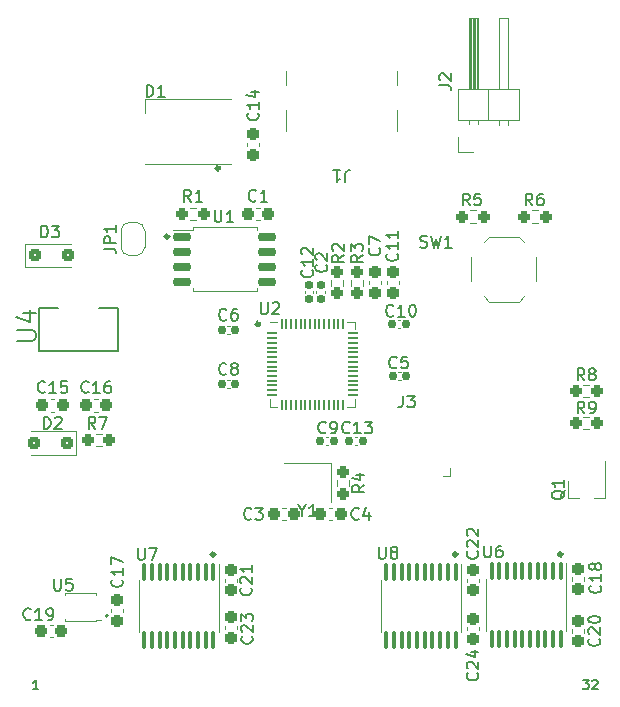
<source format=gto>
G04 #@! TF.GenerationSoftware,KiCad,Pcbnew,(7.0.0)*
G04 #@! TF.CreationDate,2023-11-11T15:55:20+01:00*
G04 #@! TF.ProjectId,GameboyCartridgeV1.1,47616d65-626f-4794-9361-727472696467,rev?*
G04 #@! TF.SameCoordinates,Original*
G04 #@! TF.FileFunction,Legend,Top*
G04 #@! TF.FilePolarity,Positive*
%FSLAX46Y46*%
G04 Gerber Fmt 4.6, Leading zero omitted, Abs format (unit mm)*
G04 Created by KiCad (PCBNEW (7.0.0)) date 2023-11-11 15:55:20*
%MOMM*%
%LPD*%
G01*
G04 APERTURE LIST*
G04 Aperture macros list*
%AMRoundRect*
0 Rectangle with rounded corners*
0 $1 Rounding radius*
0 $2 $3 $4 $5 $6 $7 $8 $9 X,Y pos of 4 corners*
0 Add a 4 corners polygon primitive as box body*
4,1,4,$2,$3,$4,$5,$6,$7,$8,$9,$2,$3,0*
0 Add four circle primitives for the rounded corners*
1,1,$1+$1,$2,$3*
1,1,$1+$1,$4,$5*
1,1,$1+$1,$6,$7*
1,1,$1+$1,$8,$9*
0 Add four rect primitives between the rounded corners*
20,1,$1+$1,$2,$3,$4,$5,0*
20,1,$1+$1,$4,$5,$6,$7,0*
20,1,$1+$1,$6,$7,$8,$9,0*
20,1,$1+$1,$8,$9,$2,$3,0*%
%AMFreePoly0*
4,1,19,0.500000,-0.750000,0.000000,-0.750000,0.000000,-0.744911,-0.071157,-0.744911,-0.207708,-0.704816,-0.327430,-0.627875,-0.420627,-0.520320,-0.479746,-0.390866,-0.500000,-0.250000,-0.500000,0.250000,-0.479746,0.390866,-0.420627,0.520320,-0.327430,0.627875,-0.207708,0.704816,-0.071157,0.744911,0.000000,0.744911,0.000000,0.750000,0.500000,0.750000,0.500000,-0.750000,0.500000,-0.750000,
$1*%
%AMFreePoly1*
4,1,19,0.000000,0.744911,0.071157,0.744911,0.207708,0.704816,0.327430,0.627875,0.420627,0.520320,0.479746,0.390866,0.500000,0.250000,0.500000,-0.250000,0.479746,-0.390866,0.420627,-0.520320,0.327430,-0.627875,0.207708,-0.704816,0.071157,-0.744911,0.000000,-0.744911,0.000000,-0.750000,-0.500000,-0.750000,-0.500000,0.750000,0.000000,0.750000,0.000000,0.744911,0.000000,0.744911,
$1*%
G04 Aperture macros list end*
%ADD10C,0.300000*%
%ADD11C,0.200000*%
%ADD12C,0.150000*%
%ADD13C,0.120000*%
%ADD14C,0.152400*%
%ADD15C,0.650000*%
%ADD16R,0.600000X1.150000*%
%ADD17R,0.300000X1.150000*%
%ADD18O,1.000000X2.100000*%
%ADD19O,1.000000X1.800000*%
%ADD20RoundRect,0.155000X-0.212500X-0.155000X0.212500X-0.155000X0.212500X0.155000X-0.212500X0.155000X0*%
%ADD21RoundRect,0.237500X-0.237500X0.300000X-0.237500X-0.300000X0.237500X-0.300000X0.237500X0.300000X0*%
%ADD22RoundRect,0.237500X0.237500X-0.250000X0.237500X0.250000X-0.237500X0.250000X-0.237500X-0.250000X0*%
%ADD23RoundRect,0.237500X-0.237500X0.250000X-0.237500X-0.250000X0.237500X-0.250000X0.237500X0.250000X0*%
%ADD24RoundRect,0.155000X-0.155000X0.212500X-0.155000X-0.212500X0.155000X-0.212500X0.155000X0.212500X0*%
%ADD25RoundRect,0.155000X0.212500X0.155000X-0.212500X0.155000X-0.212500X-0.155000X0.212500X-0.155000X0*%
%ADD26C,0.800000*%
%ADD27R,1.700000X1.000000*%
%ADD28RoundRect,0.237500X0.250000X0.237500X-0.250000X0.237500X-0.250000X-0.237500X0.250000X-0.237500X0*%
%ADD29R,0.609600X1.625600*%
%ADD30R,3.175000X1.854200*%
%ADD31RoundRect,0.237500X-0.300000X-0.237500X0.300000X-0.237500X0.300000X0.237500X-0.300000X0.237500X0*%
%ADD32C,2.374900*%
%ADD33C,0.990600*%
%ADD34C,0.787400*%
%ADD35C,2.000000*%
%ADD36RoundRect,0.237500X0.237500X-0.300000X0.237500X0.300000X-0.237500X0.300000X-0.237500X-0.300000X0*%
%ADD37C,7.200000*%
%ADD38RoundRect,0.050000X-0.387500X-0.050000X0.387500X-0.050000X0.387500X0.050000X-0.387500X0.050000X0*%
%ADD39RoundRect,0.050000X-0.050000X-0.387500X0.050000X-0.387500X0.050000X0.387500X-0.050000X0.387500X0*%
%ADD40R,3.200000X3.200000*%
%ADD41R,1.700000X1.700000*%
%ADD42O,1.700000X1.700000*%
%ADD43R,1.400000X1.200000*%
%ADD44RoundRect,0.237500X0.300000X0.237500X-0.300000X0.237500X-0.300000X-0.237500X0.300000X-0.237500X0*%
%ADD45RoundRect,0.237500X-0.250000X-0.237500X0.250000X-0.237500X0.250000X0.237500X-0.250000X0.237500X0*%
%ADD46R,1.500000X0.900000*%
%ADD47RoundRect,0.100000X-0.100000X0.637500X-0.100000X-0.637500X0.100000X-0.637500X0.100000X0.637500X0*%
%ADD48FreePoly0,90.000000*%
%ADD49FreePoly1,90.000000*%
%ADD50RoundRect,0.150000X-0.650000X-0.150000X0.650000X-0.150000X0.650000X0.150000X-0.650000X0.150000X0*%
%ADD51RoundRect,0.250000X-0.300000X-0.300000X0.300000X-0.300000X0.300000X0.300000X-0.300000X0.300000X0*%
%ADD52R,0.800000X1.900000*%
%ADD53RoundRect,0.250000X0.300000X0.300000X-0.300000X0.300000X-0.300000X-0.300000X0.300000X-0.300000X0*%
%ADD54R,0.750000X0.250000*%
G04 APERTURE END LIST*
D10*
X123950000Y-96700000D02*
G75*
G03*
X123950000Y-96700000I-150000J0D01*
G01*
D11*
X94400000Y-101900000D02*
G75*
G03*
X94400000Y-101900000I-100000J0D01*
G01*
D10*
X107250000Y-77200000D02*
G75*
G03*
X107250000Y-77200000I-150000J0D01*
G01*
X103450000Y-96700000D02*
G75*
G03*
X103450000Y-96700000I-150000J0D01*
G01*
X103850000Y-64000000D02*
G75*
G03*
X103850000Y-64000000I-150000J0D01*
G01*
X132850000Y-96700000D02*
G75*
G03*
X132850000Y-96700000I-150000J0D01*
G01*
X99550000Y-69800000D02*
G75*
G03*
X99550000Y-69800000I-150000J0D01*
G01*
D12*
X114493333Y-65192619D02*
X114493333Y-64478333D01*
X114493333Y-64478333D02*
X114540952Y-64335476D01*
X114540952Y-64335476D02*
X114636190Y-64240238D01*
X114636190Y-64240238D02*
X114779047Y-64192619D01*
X114779047Y-64192619D02*
X114874285Y-64192619D01*
X113493333Y-64192619D02*
X114064761Y-64192619D01*
X113779047Y-64192619D02*
X113779047Y-65192619D01*
X113779047Y-65192619D02*
X113874285Y-65049761D01*
X113874285Y-65049761D02*
X113969523Y-64954523D01*
X113969523Y-64954523D02*
X114064761Y-64906904D01*
X104433333Y-81412142D02*
X104385714Y-81459761D01*
X104385714Y-81459761D02*
X104242857Y-81507380D01*
X104242857Y-81507380D02*
X104147619Y-81507380D01*
X104147619Y-81507380D02*
X104004762Y-81459761D01*
X104004762Y-81459761D02*
X103909524Y-81364523D01*
X103909524Y-81364523D02*
X103861905Y-81269285D01*
X103861905Y-81269285D02*
X103814286Y-81078809D01*
X103814286Y-81078809D02*
X103814286Y-80935952D01*
X103814286Y-80935952D02*
X103861905Y-80745476D01*
X103861905Y-80745476D02*
X103909524Y-80650238D01*
X103909524Y-80650238D02*
X104004762Y-80555000D01*
X104004762Y-80555000D02*
X104147619Y-80507380D01*
X104147619Y-80507380D02*
X104242857Y-80507380D01*
X104242857Y-80507380D02*
X104385714Y-80555000D01*
X104385714Y-80555000D02*
X104433333Y-80602619D01*
X105004762Y-80935952D02*
X104909524Y-80888333D01*
X104909524Y-80888333D02*
X104861905Y-80840714D01*
X104861905Y-80840714D02*
X104814286Y-80745476D01*
X104814286Y-80745476D02*
X104814286Y-80697857D01*
X104814286Y-80697857D02*
X104861905Y-80602619D01*
X104861905Y-80602619D02*
X104909524Y-80555000D01*
X104909524Y-80555000D02*
X105004762Y-80507380D01*
X105004762Y-80507380D02*
X105195238Y-80507380D01*
X105195238Y-80507380D02*
X105290476Y-80555000D01*
X105290476Y-80555000D02*
X105338095Y-80602619D01*
X105338095Y-80602619D02*
X105385714Y-80697857D01*
X105385714Y-80697857D02*
X105385714Y-80745476D01*
X105385714Y-80745476D02*
X105338095Y-80840714D01*
X105338095Y-80840714D02*
X105290476Y-80888333D01*
X105290476Y-80888333D02*
X105195238Y-80935952D01*
X105195238Y-80935952D02*
X105004762Y-80935952D01*
X105004762Y-80935952D02*
X104909524Y-80983571D01*
X104909524Y-80983571D02*
X104861905Y-81031190D01*
X104861905Y-81031190D02*
X104814286Y-81126428D01*
X104814286Y-81126428D02*
X104814286Y-81316904D01*
X104814286Y-81316904D02*
X104861905Y-81412142D01*
X104861905Y-81412142D02*
X104909524Y-81459761D01*
X104909524Y-81459761D02*
X105004762Y-81507380D01*
X105004762Y-81507380D02*
X105195238Y-81507380D01*
X105195238Y-81507380D02*
X105290476Y-81459761D01*
X105290476Y-81459761D02*
X105338095Y-81412142D01*
X105338095Y-81412142D02*
X105385714Y-81316904D01*
X105385714Y-81316904D02*
X105385714Y-81126428D01*
X105385714Y-81126428D02*
X105338095Y-81031190D01*
X105338095Y-81031190D02*
X105290476Y-80983571D01*
X105290476Y-80983571D02*
X105195238Y-80935952D01*
X136072142Y-99342857D02*
X136119761Y-99390476D01*
X136119761Y-99390476D02*
X136167380Y-99533333D01*
X136167380Y-99533333D02*
X136167380Y-99628571D01*
X136167380Y-99628571D02*
X136119761Y-99771428D01*
X136119761Y-99771428D02*
X136024523Y-99866666D01*
X136024523Y-99866666D02*
X135929285Y-99914285D01*
X135929285Y-99914285D02*
X135738809Y-99961904D01*
X135738809Y-99961904D02*
X135595952Y-99961904D01*
X135595952Y-99961904D02*
X135405476Y-99914285D01*
X135405476Y-99914285D02*
X135310238Y-99866666D01*
X135310238Y-99866666D02*
X135215000Y-99771428D01*
X135215000Y-99771428D02*
X135167380Y-99628571D01*
X135167380Y-99628571D02*
X135167380Y-99533333D01*
X135167380Y-99533333D02*
X135215000Y-99390476D01*
X135215000Y-99390476D02*
X135262619Y-99342857D01*
X136167380Y-98390476D02*
X136167380Y-98961904D01*
X136167380Y-98676190D02*
X135167380Y-98676190D01*
X135167380Y-98676190D02*
X135310238Y-98771428D01*
X135310238Y-98771428D02*
X135405476Y-98866666D01*
X135405476Y-98866666D02*
X135453095Y-98961904D01*
X135595952Y-97819047D02*
X135548333Y-97914285D01*
X135548333Y-97914285D02*
X135500714Y-97961904D01*
X135500714Y-97961904D02*
X135405476Y-98009523D01*
X135405476Y-98009523D02*
X135357857Y-98009523D01*
X135357857Y-98009523D02*
X135262619Y-97961904D01*
X135262619Y-97961904D02*
X135215000Y-97914285D01*
X135215000Y-97914285D02*
X135167380Y-97819047D01*
X135167380Y-97819047D02*
X135167380Y-97628571D01*
X135167380Y-97628571D02*
X135215000Y-97533333D01*
X135215000Y-97533333D02*
X135262619Y-97485714D01*
X135262619Y-97485714D02*
X135357857Y-97438095D01*
X135357857Y-97438095D02*
X135405476Y-97438095D01*
X135405476Y-97438095D02*
X135500714Y-97485714D01*
X135500714Y-97485714D02*
X135548333Y-97533333D01*
X135548333Y-97533333D02*
X135595952Y-97628571D01*
X135595952Y-97628571D02*
X135595952Y-97819047D01*
X135595952Y-97819047D02*
X135643571Y-97914285D01*
X135643571Y-97914285D02*
X135691190Y-97961904D01*
X135691190Y-97961904D02*
X135786428Y-98009523D01*
X135786428Y-98009523D02*
X135976904Y-98009523D01*
X135976904Y-98009523D02*
X136072142Y-97961904D01*
X136072142Y-97961904D02*
X136119761Y-97914285D01*
X136119761Y-97914285D02*
X136167380Y-97819047D01*
X136167380Y-97819047D02*
X136167380Y-97628571D01*
X136167380Y-97628571D02*
X136119761Y-97533333D01*
X136119761Y-97533333D02*
X136072142Y-97485714D01*
X136072142Y-97485714D02*
X135976904Y-97438095D01*
X135976904Y-97438095D02*
X135786428Y-97438095D01*
X135786428Y-97438095D02*
X135691190Y-97485714D01*
X135691190Y-97485714D02*
X135643571Y-97533333D01*
X135643571Y-97533333D02*
X135595952Y-97628571D01*
X115967380Y-71366666D02*
X115491190Y-71699999D01*
X115967380Y-71938094D02*
X114967380Y-71938094D01*
X114967380Y-71938094D02*
X114967380Y-71557142D01*
X114967380Y-71557142D02*
X115015000Y-71461904D01*
X115015000Y-71461904D02*
X115062619Y-71414285D01*
X115062619Y-71414285D02*
X115157857Y-71366666D01*
X115157857Y-71366666D02*
X115300714Y-71366666D01*
X115300714Y-71366666D02*
X115395952Y-71414285D01*
X115395952Y-71414285D02*
X115443571Y-71461904D01*
X115443571Y-71461904D02*
X115491190Y-71557142D01*
X115491190Y-71557142D02*
X115491190Y-71938094D01*
X114967380Y-71033332D02*
X114967380Y-70414285D01*
X114967380Y-70414285D02*
X115348333Y-70747618D01*
X115348333Y-70747618D02*
X115348333Y-70604761D01*
X115348333Y-70604761D02*
X115395952Y-70509523D01*
X115395952Y-70509523D02*
X115443571Y-70461904D01*
X115443571Y-70461904D02*
X115538809Y-70414285D01*
X115538809Y-70414285D02*
X115776904Y-70414285D01*
X115776904Y-70414285D02*
X115872142Y-70461904D01*
X115872142Y-70461904D02*
X115919761Y-70509523D01*
X115919761Y-70509523D02*
X115967380Y-70604761D01*
X115967380Y-70604761D02*
X115967380Y-70890475D01*
X115967380Y-70890475D02*
X115919761Y-70985713D01*
X115919761Y-70985713D02*
X115872142Y-71033332D01*
X116097380Y-90816666D02*
X115621190Y-91149999D01*
X116097380Y-91388094D02*
X115097380Y-91388094D01*
X115097380Y-91388094D02*
X115097380Y-91007142D01*
X115097380Y-91007142D02*
X115145000Y-90911904D01*
X115145000Y-90911904D02*
X115192619Y-90864285D01*
X115192619Y-90864285D02*
X115287857Y-90816666D01*
X115287857Y-90816666D02*
X115430714Y-90816666D01*
X115430714Y-90816666D02*
X115525952Y-90864285D01*
X115525952Y-90864285D02*
X115573571Y-90911904D01*
X115573571Y-90911904D02*
X115621190Y-91007142D01*
X115621190Y-91007142D02*
X115621190Y-91388094D01*
X115430714Y-89959523D02*
X116097380Y-89959523D01*
X115049761Y-90197618D02*
X115764047Y-90435713D01*
X115764047Y-90435713D02*
X115764047Y-89816666D01*
X111672142Y-72642857D02*
X111719761Y-72690476D01*
X111719761Y-72690476D02*
X111767380Y-72833333D01*
X111767380Y-72833333D02*
X111767380Y-72928571D01*
X111767380Y-72928571D02*
X111719761Y-73071428D01*
X111719761Y-73071428D02*
X111624523Y-73166666D01*
X111624523Y-73166666D02*
X111529285Y-73214285D01*
X111529285Y-73214285D02*
X111338809Y-73261904D01*
X111338809Y-73261904D02*
X111195952Y-73261904D01*
X111195952Y-73261904D02*
X111005476Y-73214285D01*
X111005476Y-73214285D02*
X110910238Y-73166666D01*
X110910238Y-73166666D02*
X110815000Y-73071428D01*
X110815000Y-73071428D02*
X110767380Y-72928571D01*
X110767380Y-72928571D02*
X110767380Y-72833333D01*
X110767380Y-72833333D02*
X110815000Y-72690476D01*
X110815000Y-72690476D02*
X110862619Y-72642857D01*
X111767380Y-71690476D02*
X111767380Y-72261904D01*
X111767380Y-71976190D02*
X110767380Y-71976190D01*
X110767380Y-71976190D02*
X110910238Y-72071428D01*
X110910238Y-72071428D02*
X111005476Y-72166666D01*
X111005476Y-72166666D02*
X111053095Y-72261904D01*
X110862619Y-71309523D02*
X110815000Y-71261904D01*
X110815000Y-71261904D02*
X110767380Y-71166666D01*
X110767380Y-71166666D02*
X110767380Y-70928571D01*
X110767380Y-70928571D02*
X110815000Y-70833333D01*
X110815000Y-70833333D02*
X110862619Y-70785714D01*
X110862619Y-70785714D02*
X110957857Y-70738095D01*
X110957857Y-70738095D02*
X111053095Y-70738095D01*
X111053095Y-70738095D02*
X111195952Y-70785714D01*
X111195952Y-70785714D02*
X111767380Y-71357142D01*
X111767380Y-71357142D02*
X111767380Y-70738095D01*
X112872142Y-72166666D02*
X112919761Y-72214285D01*
X112919761Y-72214285D02*
X112967380Y-72357142D01*
X112967380Y-72357142D02*
X112967380Y-72452380D01*
X112967380Y-72452380D02*
X112919761Y-72595237D01*
X112919761Y-72595237D02*
X112824523Y-72690475D01*
X112824523Y-72690475D02*
X112729285Y-72738094D01*
X112729285Y-72738094D02*
X112538809Y-72785713D01*
X112538809Y-72785713D02*
X112395952Y-72785713D01*
X112395952Y-72785713D02*
X112205476Y-72738094D01*
X112205476Y-72738094D02*
X112110238Y-72690475D01*
X112110238Y-72690475D02*
X112015000Y-72595237D01*
X112015000Y-72595237D02*
X111967380Y-72452380D01*
X111967380Y-72452380D02*
X111967380Y-72357142D01*
X111967380Y-72357142D02*
X112015000Y-72214285D01*
X112015000Y-72214285D02*
X112062619Y-72166666D01*
X112062619Y-71785713D02*
X112015000Y-71738094D01*
X112015000Y-71738094D02*
X111967380Y-71642856D01*
X111967380Y-71642856D02*
X111967380Y-71404761D01*
X111967380Y-71404761D02*
X112015000Y-71309523D01*
X112015000Y-71309523D02*
X112062619Y-71261904D01*
X112062619Y-71261904D02*
X112157857Y-71214285D01*
X112157857Y-71214285D02*
X112253095Y-71214285D01*
X112253095Y-71214285D02*
X112395952Y-71261904D01*
X112395952Y-71261904D02*
X112967380Y-71833332D01*
X112967380Y-71833332D02*
X112967380Y-71214285D01*
X114857142Y-86372142D02*
X114809523Y-86419761D01*
X114809523Y-86419761D02*
X114666666Y-86467380D01*
X114666666Y-86467380D02*
X114571428Y-86467380D01*
X114571428Y-86467380D02*
X114428571Y-86419761D01*
X114428571Y-86419761D02*
X114333333Y-86324523D01*
X114333333Y-86324523D02*
X114285714Y-86229285D01*
X114285714Y-86229285D02*
X114238095Y-86038809D01*
X114238095Y-86038809D02*
X114238095Y-85895952D01*
X114238095Y-85895952D02*
X114285714Y-85705476D01*
X114285714Y-85705476D02*
X114333333Y-85610238D01*
X114333333Y-85610238D02*
X114428571Y-85515000D01*
X114428571Y-85515000D02*
X114571428Y-85467380D01*
X114571428Y-85467380D02*
X114666666Y-85467380D01*
X114666666Y-85467380D02*
X114809523Y-85515000D01*
X114809523Y-85515000D02*
X114857142Y-85562619D01*
X115809523Y-86467380D02*
X115238095Y-86467380D01*
X115523809Y-86467380D02*
X115523809Y-85467380D01*
X115523809Y-85467380D02*
X115428571Y-85610238D01*
X115428571Y-85610238D02*
X115333333Y-85705476D01*
X115333333Y-85705476D02*
X115238095Y-85753095D01*
X116142857Y-85467380D02*
X116761904Y-85467380D01*
X116761904Y-85467380D02*
X116428571Y-85848333D01*
X116428571Y-85848333D02*
X116571428Y-85848333D01*
X116571428Y-85848333D02*
X116666666Y-85895952D01*
X116666666Y-85895952D02*
X116714285Y-85943571D01*
X116714285Y-85943571D02*
X116761904Y-86038809D01*
X116761904Y-86038809D02*
X116761904Y-86276904D01*
X116761904Y-86276904D02*
X116714285Y-86372142D01*
X116714285Y-86372142D02*
X116666666Y-86419761D01*
X116666666Y-86419761D02*
X116571428Y-86467380D01*
X116571428Y-86467380D02*
X116285714Y-86467380D01*
X116285714Y-86467380D02*
X116190476Y-86419761D01*
X116190476Y-86419761D02*
X116142857Y-86372142D01*
X134619342Y-107327619D02*
X135114580Y-107327619D01*
X135114580Y-107327619D02*
X134847914Y-107632381D01*
X134847914Y-107632381D02*
X134962199Y-107632381D01*
X134962199Y-107632381D02*
X135038390Y-107670476D01*
X135038390Y-107670476D02*
X135076485Y-107708572D01*
X135076485Y-107708572D02*
X135114580Y-107784762D01*
X135114580Y-107784762D02*
X135114580Y-107975238D01*
X135114580Y-107975238D02*
X135076485Y-108051429D01*
X135076485Y-108051429D02*
X135038390Y-108089524D01*
X135038390Y-108089524D02*
X134962199Y-108127619D01*
X134962199Y-108127619D02*
X134733628Y-108127619D01*
X134733628Y-108127619D02*
X134657437Y-108089524D01*
X134657437Y-108089524D02*
X134619342Y-108051429D01*
X135419342Y-107403810D02*
X135457438Y-107365715D01*
X135457438Y-107365715D02*
X135533628Y-107327619D01*
X135533628Y-107327619D02*
X135724104Y-107327619D01*
X135724104Y-107327619D02*
X135800295Y-107365715D01*
X135800295Y-107365715D02*
X135838390Y-107403810D01*
X135838390Y-107403810D02*
X135876485Y-107480000D01*
X135876485Y-107480000D02*
X135876485Y-107556191D01*
X135876485Y-107556191D02*
X135838390Y-107670476D01*
X135838390Y-107670476D02*
X135381247Y-108127619D01*
X135381247Y-108127619D02*
X135876485Y-108127619D01*
X88495533Y-108127619D02*
X88038390Y-108127619D01*
X88266962Y-108127619D02*
X88266962Y-107327619D01*
X88266962Y-107327619D02*
X88190771Y-107441905D01*
X88190771Y-107441905D02*
X88114581Y-107518095D01*
X88114581Y-107518095D02*
X88038390Y-107556191D01*
X118833333Y-80872142D02*
X118785714Y-80919761D01*
X118785714Y-80919761D02*
X118642857Y-80967380D01*
X118642857Y-80967380D02*
X118547619Y-80967380D01*
X118547619Y-80967380D02*
X118404762Y-80919761D01*
X118404762Y-80919761D02*
X118309524Y-80824523D01*
X118309524Y-80824523D02*
X118261905Y-80729285D01*
X118261905Y-80729285D02*
X118214286Y-80538809D01*
X118214286Y-80538809D02*
X118214286Y-80395952D01*
X118214286Y-80395952D02*
X118261905Y-80205476D01*
X118261905Y-80205476D02*
X118309524Y-80110238D01*
X118309524Y-80110238D02*
X118404762Y-80015000D01*
X118404762Y-80015000D02*
X118547619Y-79967380D01*
X118547619Y-79967380D02*
X118642857Y-79967380D01*
X118642857Y-79967380D02*
X118785714Y-80015000D01*
X118785714Y-80015000D02*
X118833333Y-80062619D01*
X119738095Y-79967380D02*
X119261905Y-79967380D01*
X119261905Y-79967380D02*
X119214286Y-80443571D01*
X119214286Y-80443571D02*
X119261905Y-80395952D01*
X119261905Y-80395952D02*
X119357143Y-80348333D01*
X119357143Y-80348333D02*
X119595238Y-80348333D01*
X119595238Y-80348333D02*
X119690476Y-80395952D01*
X119690476Y-80395952D02*
X119738095Y-80443571D01*
X119738095Y-80443571D02*
X119785714Y-80538809D01*
X119785714Y-80538809D02*
X119785714Y-80776904D01*
X119785714Y-80776904D02*
X119738095Y-80872142D01*
X119738095Y-80872142D02*
X119690476Y-80919761D01*
X119690476Y-80919761D02*
X119595238Y-80967380D01*
X119595238Y-80967380D02*
X119357143Y-80967380D01*
X119357143Y-80967380D02*
X119261905Y-80919761D01*
X119261905Y-80919761D02*
X119214286Y-80872142D01*
X120846667Y-70679761D02*
X120989524Y-70727380D01*
X120989524Y-70727380D02*
X121227619Y-70727380D01*
X121227619Y-70727380D02*
X121322857Y-70679761D01*
X121322857Y-70679761D02*
X121370476Y-70632142D01*
X121370476Y-70632142D02*
X121418095Y-70536904D01*
X121418095Y-70536904D02*
X121418095Y-70441666D01*
X121418095Y-70441666D02*
X121370476Y-70346428D01*
X121370476Y-70346428D02*
X121322857Y-70298809D01*
X121322857Y-70298809D02*
X121227619Y-70251190D01*
X121227619Y-70251190D02*
X121037143Y-70203571D01*
X121037143Y-70203571D02*
X120941905Y-70155952D01*
X120941905Y-70155952D02*
X120894286Y-70108333D01*
X120894286Y-70108333D02*
X120846667Y-70013095D01*
X120846667Y-70013095D02*
X120846667Y-69917857D01*
X120846667Y-69917857D02*
X120894286Y-69822619D01*
X120894286Y-69822619D02*
X120941905Y-69775000D01*
X120941905Y-69775000D02*
X121037143Y-69727380D01*
X121037143Y-69727380D02*
X121275238Y-69727380D01*
X121275238Y-69727380D02*
X121418095Y-69775000D01*
X121751429Y-69727380D02*
X121989524Y-70727380D01*
X121989524Y-70727380D02*
X122180000Y-70013095D01*
X122180000Y-70013095D02*
X122370476Y-70727380D01*
X122370476Y-70727380D02*
X122608572Y-69727380D01*
X123513333Y-70727380D02*
X122941905Y-70727380D01*
X123227619Y-70727380D02*
X123227619Y-69727380D01*
X123227619Y-69727380D02*
X123132381Y-69870238D01*
X123132381Y-69870238D02*
X123037143Y-69965476D01*
X123037143Y-69965476D02*
X122941905Y-70013095D01*
X134733333Y-84767380D02*
X134400000Y-84291190D01*
X134161905Y-84767380D02*
X134161905Y-83767380D01*
X134161905Y-83767380D02*
X134542857Y-83767380D01*
X134542857Y-83767380D02*
X134638095Y-83815000D01*
X134638095Y-83815000D02*
X134685714Y-83862619D01*
X134685714Y-83862619D02*
X134733333Y-83957857D01*
X134733333Y-83957857D02*
X134733333Y-84100714D01*
X134733333Y-84100714D02*
X134685714Y-84195952D01*
X134685714Y-84195952D02*
X134638095Y-84243571D01*
X134638095Y-84243571D02*
X134542857Y-84291190D01*
X134542857Y-84291190D02*
X134161905Y-84291190D01*
X135209524Y-84767380D02*
X135400000Y-84767380D01*
X135400000Y-84767380D02*
X135495238Y-84719761D01*
X135495238Y-84719761D02*
X135542857Y-84672142D01*
X135542857Y-84672142D02*
X135638095Y-84529285D01*
X135638095Y-84529285D02*
X135685714Y-84338809D01*
X135685714Y-84338809D02*
X135685714Y-83957857D01*
X135685714Y-83957857D02*
X135638095Y-83862619D01*
X135638095Y-83862619D02*
X135590476Y-83815000D01*
X135590476Y-83815000D02*
X135495238Y-83767380D01*
X135495238Y-83767380D02*
X135304762Y-83767380D01*
X135304762Y-83767380D02*
X135209524Y-83815000D01*
X135209524Y-83815000D02*
X135161905Y-83862619D01*
X135161905Y-83862619D02*
X135114286Y-83957857D01*
X135114286Y-83957857D02*
X135114286Y-84195952D01*
X135114286Y-84195952D02*
X135161905Y-84291190D01*
X135161905Y-84291190D02*
X135209524Y-84338809D01*
X135209524Y-84338809D02*
X135304762Y-84386428D01*
X135304762Y-84386428D02*
X135495238Y-84386428D01*
X135495238Y-84386428D02*
X135590476Y-84338809D01*
X135590476Y-84338809D02*
X135638095Y-84291190D01*
X135638095Y-84291190D02*
X135685714Y-84195952D01*
X86662081Y-78650033D02*
X87990242Y-78650033D01*
X87990242Y-78650033D02*
X88146496Y-78571906D01*
X88146496Y-78571906D02*
X88224623Y-78493779D01*
X88224623Y-78493779D02*
X88302750Y-78337525D01*
X88302750Y-78337525D02*
X88302750Y-78025016D01*
X88302750Y-78025016D02*
X88224623Y-77868762D01*
X88224623Y-77868762D02*
X88146496Y-77790635D01*
X88146496Y-77790635D02*
X87990242Y-77712508D01*
X87990242Y-77712508D02*
X86662081Y-77712508D01*
X87208971Y-76228093D02*
X88302750Y-76228093D01*
X86583954Y-76618729D02*
X87755861Y-77009364D01*
X87755861Y-77009364D02*
X87755861Y-75993712D01*
X106533333Y-93672142D02*
X106485714Y-93719761D01*
X106485714Y-93719761D02*
X106342857Y-93767380D01*
X106342857Y-93767380D02*
X106247619Y-93767380D01*
X106247619Y-93767380D02*
X106104762Y-93719761D01*
X106104762Y-93719761D02*
X106009524Y-93624523D01*
X106009524Y-93624523D02*
X105961905Y-93529285D01*
X105961905Y-93529285D02*
X105914286Y-93338809D01*
X105914286Y-93338809D02*
X105914286Y-93195952D01*
X105914286Y-93195952D02*
X105961905Y-93005476D01*
X105961905Y-93005476D02*
X106009524Y-92910238D01*
X106009524Y-92910238D02*
X106104762Y-92815000D01*
X106104762Y-92815000D02*
X106247619Y-92767380D01*
X106247619Y-92767380D02*
X106342857Y-92767380D01*
X106342857Y-92767380D02*
X106485714Y-92815000D01*
X106485714Y-92815000D02*
X106533333Y-92862619D01*
X106866667Y-92767380D02*
X107485714Y-92767380D01*
X107485714Y-92767380D02*
X107152381Y-93148333D01*
X107152381Y-93148333D02*
X107295238Y-93148333D01*
X107295238Y-93148333D02*
X107390476Y-93195952D01*
X107390476Y-93195952D02*
X107438095Y-93243571D01*
X107438095Y-93243571D02*
X107485714Y-93338809D01*
X107485714Y-93338809D02*
X107485714Y-93576904D01*
X107485714Y-93576904D02*
X107438095Y-93672142D01*
X107438095Y-93672142D02*
X107390476Y-93719761D01*
X107390476Y-93719761D02*
X107295238Y-93767380D01*
X107295238Y-93767380D02*
X107009524Y-93767380D01*
X107009524Y-93767380D02*
X106914286Y-93719761D01*
X106914286Y-93719761D02*
X106866667Y-93672142D01*
X106502142Y-99542857D02*
X106549761Y-99590476D01*
X106549761Y-99590476D02*
X106597380Y-99733333D01*
X106597380Y-99733333D02*
X106597380Y-99828571D01*
X106597380Y-99828571D02*
X106549761Y-99971428D01*
X106549761Y-99971428D02*
X106454523Y-100066666D01*
X106454523Y-100066666D02*
X106359285Y-100114285D01*
X106359285Y-100114285D02*
X106168809Y-100161904D01*
X106168809Y-100161904D02*
X106025952Y-100161904D01*
X106025952Y-100161904D02*
X105835476Y-100114285D01*
X105835476Y-100114285D02*
X105740238Y-100066666D01*
X105740238Y-100066666D02*
X105645000Y-99971428D01*
X105645000Y-99971428D02*
X105597380Y-99828571D01*
X105597380Y-99828571D02*
X105597380Y-99733333D01*
X105597380Y-99733333D02*
X105645000Y-99590476D01*
X105645000Y-99590476D02*
X105692619Y-99542857D01*
X105692619Y-99161904D02*
X105645000Y-99114285D01*
X105645000Y-99114285D02*
X105597380Y-99019047D01*
X105597380Y-99019047D02*
X105597380Y-98780952D01*
X105597380Y-98780952D02*
X105645000Y-98685714D01*
X105645000Y-98685714D02*
X105692619Y-98638095D01*
X105692619Y-98638095D02*
X105787857Y-98590476D01*
X105787857Y-98590476D02*
X105883095Y-98590476D01*
X105883095Y-98590476D02*
X106025952Y-98638095D01*
X106025952Y-98638095D02*
X106597380Y-99209523D01*
X106597380Y-99209523D02*
X106597380Y-98590476D01*
X106597380Y-97638095D02*
X106597380Y-98209523D01*
X106597380Y-97923809D02*
X105597380Y-97923809D01*
X105597380Y-97923809D02*
X105740238Y-98019047D01*
X105740238Y-98019047D02*
X105835476Y-98114285D01*
X105835476Y-98114285D02*
X105883095Y-98209523D01*
X119366666Y-83267380D02*
X119366666Y-83981666D01*
X119366666Y-83981666D02*
X119319047Y-84124523D01*
X119319047Y-84124523D02*
X119223809Y-84219761D01*
X119223809Y-84219761D02*
X119080952Y-84267380D01*
X119080952Y-84267380D02*
X118985714Y-84267380D01*
X119747619Y-83267380D02*
X120366666Y-83267380D01*
X120366666Y-83267380D02*
X120033333Y-83648333D01*
X120033333Y-83648333D02*
X120176190Y-83648333D01*
X120176190Y-83648333D02*
X120271428Y-83695952D01*
X120271428Y-83695952D02*
X120319047Y-83743571D01*
X120319047Y-83743571D02*
X120366666Y-83838809D01*
X120366666Y-83838809D02*
X120366666Y-84076904D01*
X120366666Y-84076904D02*
X120319047Y-84172142D01*
X120319047Y-84172142D02*
X120271428Y-84219761D01*
X120271428Y-84219761D02*
X120176190Y-84267380D01*
X120176190Y-84267380D02*
X119890476Y-84267380D01*
X119890476Y-84267380D02*
X119795238Y-84219761D01*
X119795238Y-84219761D02*
X119747619Y-84172142D01*
X115633333Y-93672142D02*
X115585714Y-93719761D01*
X115585714Y-93719761D02*
X115442857Y-93767380D01*
X115442857Y-93767380D02*
X115347619Y-93767380D01*
X115347619Y-93767380D02*
X115204762Y-93719761D01*
X115204762Y-93719761D02*
X115109524Y-93624523D01*
X115109524Y-93624523D02*
X115061905Y-93529285D01*
X115061905Y-93529285D02*
X115014286Y-93338809D01*
X115014286Y-93338809D02*
X115014286Y-93195952D01*
X115014286Y-93195952D02*
X115061905Y-93005476D01*
X115061905Y-93005476D02*
X115109524Y-92910238D01*
X115109524Y-92910238D02*
X115204762Y-92815000D01*
X115204762Y-92815000D02*
X115347619Y-92767380D01*
X115347619Y-92767380D02*
X115442857Y-92767380D01*
X115442857Y-92767380D02*
X115585714Y-92815000D01*
X115585714Y-92815000D02*
X115633333Y-92862619D01*
X116490476Y-93100714D02*
X116490476Y-93767380D01*
X116252381Y-92719761D02*
X116014286Y-93434047D01*
X116014286Y-93434047D02*
X116633333Y-93434047D01*
X135972142Y-103842857D02*
X136019761Y-103890476D01*
X136019761Y-103890476D02*
X136067380Y-104033333D01*
X136067380Y-104033333D02*
X136067380Y-104128571D01*
X136067380Y-104128571D02*
X136019761Y-104271428D01*
X136019761Y-104271428D02*
X135924523Y-104366666D01*
X135924523Y-104366666D02*
X135829285Y-104414285D01*
X135829285Y-104414285D02*
X135638809Y-104461904D01*
X135638809Y-104461904D02*
X135495952Y-104461904D01*
X135495952Y-104461904D02*
X135305476Y-104414285D01*
X135305476Y-104414285D02*
X135210238Y-104366666D01*
X135210238Y-104366666D02*
X135115000Y-104271428D01*
X135115000Y-104271428D02*
X135067380Y-104128571D01*
X135067380Y-104128571D02*
X135067380Y-104033333D01*
X135067380Y-104033333D02*
X135115000Y-103890476D01*
X135115000Y-103890476D02*
X135162619Y-103842857D01*
X135162619Y-103461904D02*
X135115000Y-103414285D01*
X135115000Y-103414285D02*
X135067380Y-103319047D01*
X135067380Y-103319047D02*
X135067380Y-103080952D01*
X135067380Y-103080952D02*
X135115000Y-102985714D01*
X135115000Y-102985714D02*
X135162619Y-102938095D01*
X135162619Y-102938095D02*
X135257857Y-102890476D01*
X135257857Y-102890476D02*
X135353095Y-102890476D01*
X135353095Y-102890476D02*
X135495952Y-102938095D01*
X135495952Y-102938095D02*
X136067380Y-103509523D01*
X136067380Y-103509523D02*
X136067380Y-102890476D01*
X135067380Y-102271428D02*
X135067380Y-102176190D01*
X135067380Y-102176190D02*
X135115000Y-102080952D01*
X135115000Y-102080952D02*
X135162619Y-102033333D01*
X135162619Y-102033333D02*
X135257857Y-101985714D01*
X135257857Y-101985714D02*
X135448333Y-101938095D01*
X135448333Y-101938095D02*
X135686428Y-101938095D01*
X135686428Y-101938095D02*
X135876904Y-101985714D01*
X135876904Y-101985714D02*
X135972142Y-102033333D01*
X135972142Y-102033333D02*
X136019761Y-102080952D01*
X136019761Y-102080952D02*
X136067380Y-102176190D01*
X136067380Y-102176190D02*
X136067380Y-102271428D01*
X136067380Y-102271428D02*
X136019761Y-102366666D01*
X136019761Y-102366666D02*
X135972142Y-102414285D01*
X135972142Y-102414285D02*
X135876904Y-102461904D01*
X135876904Y-102461904D02*
X135686428Y-102509523D01*
X135686428Y-102509523D02*
X135448333Y-102509523D01*
X135448333Y-102509523D02*
X135257857Y-102461904D01*
X135257857Y-102461904D02*
X135162619Y-102414285D01*
X135162619Y-102414285D02*
X135115000Y-102366666D01*
X135115000Y-102366666D02*
X135067380Y-102271428D01*
X95572142Y-98842857D02*
X95619761Y-98890476D01*
X95619761Y-98890476D02*
X95667380Y-99033333D01*
X95667380Y-99033333D02*
X95667380Y-99128571D01*
X95667380Y-99128571D02*
X95619761Y-99271428D01*
X95619761Y-99271428D02*
X95524523Y-99366666D01*
X95524523Y-99366666D02*
X95429285Y-99414285D01*
X95429285Y-99414285D02*
X95238809Y-99461904D01*
X95238809Y-99461904D02*
X95095952Y-99461904D01*
X95095952Y-99461904D02*
X94905476Y-99414285D01*
X94905476Y-99414285D02*
X94810238Y-99366666D01*
X94810238Y-99366666D02*
X94715000Y-99271428D01*
X94715000Y-99271428D02*
X94667380Y-99128571D01*
X94667380Y-99128571D02*
X94667380Y-99033333D01*
X94667380Y-99033333D02*
X94715000Y-98890476D01*
X94715000Y-98890476D02*
X94762619Y-98842857D01*
X95667380Y-97890476D02*
X95667380Y-98461904D01*
X95667380Y-98176190D02*
X94667380Y-98176190D01*
X94667380Y-98176190D02*
X94810238Y-98271428D01*
X94810238Y-98271428D02*
X94905476Y-98366666D01*
X94905476Y-98366666D02*
X94953095Y-98461904D01*
X94667380Y-97557142D02*
X94667380Y-96890476D01*
X94667380Y-96890476D02*
X95667380Y-97319047D01*
X106572142Y-103642857D02*
X106619761Y-103690476D01*
X106619761Y-103690476D02*
X106667380Y-103833333D01*
X106667380Y-103833333D02*
X106667380Y-103928571D01*
X106667380Y-103928571D02*
X106619761Y-104071428D01*
X106619761Y-104071428D02*
X106524523Y-104166666D01*
X106524523Y-104166666D02*
X106429285Y-104214285D01*
X106429285Y-104214285D02*
X106238809Y-104261904D01*
X106238809Y-104261904D02*
X106095952Y-104261904D01*
X106095952Y-104261904D02*
X105905476Y-104214285D01*
X105905476Y-104214285D02*
X105810238Y-104166666D01*
X105810238Y-104166666D02*
X105715000Y-104071428D01*
X105715000Y-104071428D02*
X105667380Y-103928571D01*
X105667380Y-103928571D02*
X105667380Y-103833333D01*
X105667380Y-103833333D02*
X105715000Y-103690476D01*
X105715000Y-103690476D02*
X105762619Y-103642857D01*
X105762619Y-103261904D02*
X105715000Y-103214285D01*
X105715000Y-103214285D02*
X105667380Y-103119047D01*
X105667380Y-103119047D02*
X105667380Y-102880952D01*
X105667380Y-102880952D02*
X105715000Y-102785714D01*
X105715000Y-102785714D02*
X105762619Y-102738095D01*
X105762619Y-102738095D02*
X105857857Y-102690476D01*
X105857857Y-102690476D02*
X105953095Y-102690476D01*
X105953095Y-102690476D02*
X106095952Y-102738095D01*
X106095952Y-102738095D02*
X106667380Y-103309523D01*
X106667380Y-103309523D02*
X106667380Y-102690476D01*
X105667380Y-102357142D02*
X105667380Y-101738095D01*
X105667380Y-101738095D02*
X106048333Y-102071428D01*
X106048333Y-102071428D02*
X106048333Y-101928571D01*
X106048333Y-101928571D02*
X106095952Y-101833333D01*
X106095952Y-101833333D02*
X106143571Y-101785714D01*
X106143571Y-101785714D02*
X106238809Y-101738095D01*
X106238809Y-101738095D02*
X106476904Y-101738095D01*
X106476904Y-101738095D02*
X106572142Y-101785714D01*
X106572142Y-101785714D02*
X106619761Y-101833333D01*
X106619761Y-101833333D02*
X106667380Y-101928571D01*
X106667380Y-101928571D02*
X106667380Y-102214285D01*
X106667380Y-102214285D02*
X106619761Y-102309523D01*
X106619761Y-102309523D02*
X106572142Y-102357142D01*
X107338095Y-75367380D02*
X107338095Y-76176904D01*
X107338095Y-76176904D02*
X107385714Y-76272142D01*
X107385714Y-76272142D02*
X107433333Y-76319761D01*
X107433333Y-76319761D02*
X107528571Y-76367380D01*
X107528571Y-76367380D02*
X107719047Y-76367380D01*
X107719047Y-76367380D02*
X107814285Y-76319761D01*
X107814285Y-76319761D02*
X107861904Y-76272142D01*
X107861904Y-76272142D02*
X107909523Y-76176904D01*
X107909523Y-76176904D02*
X107909523Y-75367380D01*
X108338095Y-75462619D02*
X108385714Y-75415000D01*
X108385714Y-75415000D02*
X108480952Y-75367380D01*
X108480952Y-75367380D02*
X108719047Y-75367380D01*
X108719047Y-75367380D02*
X108814285Y-75415000D01*
X108814285Y-75415000D02*
X108861904Y-75462619D01*
X108861904Y-75462619D02*
X108909523Y-75557857D01*
X108909523Y-75557857D02*
X108909523Y-75653095D01*
X108909523Y-75653095D02*
X108861904Y-75795952D01*
X108861904Y-75795952D02*
X108290476Y-76367380D01*
X108290476Y-76367380D02*
X108909523Y-76367380D01*
X104433333Y-76812142D02*
X104385714Y-76859761D01*
X104385714Y-76859761D02*
X104242857Y-76907380D01*
X104242857Y-76907380D02*
X104147619Y-76907380D01*
X104147619Y-76907380D02*
X104004762Y-76859761D01*
X104004762Y-76859761D02*
X103909524Y-76764523D01*
X103909524Y-76764523D02*
X103861905Y-76669285D01*
X103861905Y-76669285D02*
X103814286Y-76478809D01*
X103814286Y-76478809D02*
X103814286Y-76335952D01*
X103814286Y-76335952D02*
X103861905Y-76145476D01*
X103861905Y-76145476D02*
X103909524Y-76050238D01*
X103909524Y-76050238D02*
X104004762Y-75955000D01*
X104004762Y-75955000D02*
X104147619Y-75907380D01*
X104147619Y-75907380D02*
X104242857Y-75907380D01*
X104242857Y-75907380D02*
X104385714Y-75955000D01*
X104385714Y-75955000D02*
X104433333Y-76002619D01*
X105290476Y-75907380D02*
X105100000Y-75907380D01*
X105100000Y-75907380D02*
X105004762Y-75955000D01*
X105004762Y-75955000D02*
X104957143Y-76002619D01*
X104957143Y-76002619D02*
X104861905Y-76145476D01*
X104861905Y-76145476D02*
X104814286Y-76335952D01*
X104814286Y-76335952D02*
X104814286Y-76716904D01*
X104814286Y-76716904D02*
X104861905Y-76812142D01*
X104861905Y-76812142D02*
X104909524Y-76859761D01*
X104909524Y-76859761D02*
X105004762Y-76907380D01*
X105004762Y-76907380D02*
X105195238Y-76907380D01*
X105195238Y-76907380D02*
X105290476Y-76859761D01*
X105290476Y-76859761D02*
X105338095Y-76812142D01*
X105338095Y-76812142D02*
X105385714Y-76716904D01*
X105385714Y-76716904D02*
X105385714Y-76478809D01*
X105385714Y-76478809D02*
X105338095Y-76383571D01*
X105338095Y-76383571D02*
X105290476Y-76335952D01*
X105290476Y-76335952D02*
X105195238Y-76288333D01*
X105195238Y-76288333D02*
X105004762Y-76288333D01*
X105004762Y-76288333D02*
X104909524Y-76335952D01*
X104909524Y-76335952D02*
X104861905Y-76383571D01*
X104861905Y-76383571D02*
X104814286Y-76478809D01*
X122447854Y-56987809D02*
X123162140Y-56987809D01*
X123162140Y-56987809D02*
X123304997Y-57035428D01*
X123304997Y-57035428D02*
X123400235Y-57130666D01*
X123400235Y-57130666D02*
X123447854Y-57273523D01*
X123447854Y-57273523D02*
X123447854Y-57368761D01*
X122543093Y-56559237D02*
X122495474Y-56511618D01*
X122495474Y-56511618D02*
X122447854Y-56416380D01*
X122447854Y-56416380D02*
X122447854Y-56178285D01*
X122447854Y-56178285D02*
X122495474Y-56083047D01*
X122495474Y-56083047D02*
X122543093Y-56035428D01*
X122543093Y-56035428D02*
X122638331Y-55987809D01*
X122638331Y-55987809D02*
X122733569Y-55987809D01*
X122733569Y-55987809D02*
X122876426Y-56035428D01*
X122876426Y-56035428D02*
X123447854Y-56606856D01*
X123447854Y-56606856D02*
X123447854Y-55987809D01*
X110823809Y-92991190D02*
X110823809Y-93467380D01*
X110490476Y-92467380D02*
X110823809Y-92991190D01*
X110823809Y-92991190D02*
X111157142Y-92467380D01*
X112014285Y-93467380D02*
X111442857Y-93467380D01*
X111728571Y-93467380D02*
X111728571Y-92467380D01*
X111728571Y-92467380D02*
X111633333Y-92610238D01*
X111633333Y-92610238D02*
X111538095Y-92705476D01*
X111538095Y-92705476D02*
X111442857Y-92753095D01*
X87857142Y-102172142D02*
X87809523Y-102219761D01*
X87809523Y-102219761D02*
X87666666Y-102267380D01*
X87666666Y-102267380D02*
X87571428Y-102267380D01*
X87571428Y-102267380D02*
X87428571Y-102219761D01*
X87428571Y-102219761D02*
X87333333Y-102124523D01*
X87333333Y-102124523D02*
X87285714Y-102029285D01*
X87285714Y-102029285D02*
X87238095Y-101838809D01*
X87238095Y-101838809D02*
X87238095Y-101695952D01*
X87238095Y-101695952D02*
X87285714Y-101505476D01*
X87285714Y-101505476D02*
X87333333Y-101410238D01*
X87333333Y-101410238D02*
X87428571Y-101315000D01*
X87428571Y-101315000D02*
X87571428Y-101267380D01*
X87571428Y-101267380D02*
X87666666Y-101267380D01*
X87666666Y-101267380D02*
X87809523Y-101315000D01*
X87809523Y-101315000D02*
X87857142Y-101362619D01*
X88809523Y-102267380D02*
X88238095Y-102267380D01*
X88523809Y-102267380D02*
X88523809Y-101267380D01*
X88523809Y-101267380D02*
X88428571Y-101410238D01*
X88428571Y-101410238D02*
X88333333Y-101505476D01*
X88333333Y-101505476D02*
X88238095Y-101553095D01*
X89285714Y-102267380D02*
X89476190Y-102267380D01*
X89476190Y-102267380D02*
X89571428Y-102219761D01*
X89571428Y-102219761D02*
X89619047Y-102172142D01*
X89619047Y-102172142D02*
X89714285Y-102029285D01*
X89714285Y-102029285D02*
X89761904Y-101838809D01*
X89761904Y-101838809D02*
X89761904Y-101457857D01*
X89761904Y-101457857D02*
X89714285Y-101362619D01*
X89714285Y-101362619D02*
X89666666Y-101315000D01*
X89666666Y-101315000D02*
X89571428Y-101267380D01*
X89571428Y-101267380D02*
X89380952Y-101267380D01*
X89380952Y-101267380D02*
X89285714Y-101315000D01*
X89285714Y-101315000D02*
X89238095Y-101362619D01*
X89238095Y-101362619D02*
X89190476Y-101457857D01*
X89190476Y-101457857D02*
X89190476Y-101695952D01*
X89190476Y-101695952D02*
X89238095Y-101791190D01*
X89238095Y-101791190D02*
X89285714Y-101838809D01*
X89285714Y-101838809D02*
X89380952Y-101886428D01*
X89380952Y-101886428D02*
X89571428Y-101886428D01*
X89571428Y-101886428D02*
X89666666Y-101838809D01*
X89666666Y-101838809D02*
X89714285Y-101791190D01*
X89714285Y-101791190D02*
X89761904Y-101695952D01*
X112833333Y-86372142D02*
X112785714Y-86419761D01*
X112785714Y-86419761D02*
X112642857Y-86467380D01*
X112642857Y-86467380D02*
X112547619Y-86467380D01*
X112547619Y-86467380D02*
X112404762Y-86419761D01*
X112404762Y-86419761D02*
X112309524Y-86324523D01*
X112309524Y-86324523D02*
X112261905Y-86229285D01*
X112261905Y-86229285D02*
X112214286Y-86038809D01*
X112214286Y-86038809D02*
X112214286Y-85895952D01*
X112214286Y-85895952D02*
X112261905Y-85705476D01*
X112261905Y-85705476D02*
X112309524Y-85610238D01*
X112309524Y-85610238D02*
X112404762Y-85515000D01*
X112404762Y-85515000D02*
X112547619Y-85467380D01*
X112547619Y-85467380D02*
X112642857Y-85467380D01*
X112642857Y-85467380D02*
X112785714Y-85515000D01*
X112785714Y-85515000D02*
X112833333Y-85562619D01*
X113309524Y-86467380D02*
X113500000Y-86467380D01*
X113500000Y-86467380D02*
X113595238Y-86419761D01*
X113595238Y-86419761D02*
X113642857Y-86372142D01*
X113642857Y-86372142D02*
X113738095Y-86229285D01*
X113738095Y-86229285D02*
X113785714Y-86038809D01*
X113785714Y-86038809D02*
X113785714Y-85657857D01*
X113785714Y-85657857D02*
X113738095Y-85562619D01*
X113738095Y-85562619D02*
X113690476Y-85515000D01*
X113690476Y-85515000D02*
X113595238Y-85467380D01*
X113595238Y-85467380D02*
X113404762Y-85467380D01*
X113404762Y-85467380D02*
X113309524Y-85515000D01*
X113309524Y-85515000D02*
X113261905Y-85562619D01*
X113261905Y-85562619D02*
X113214286Y-85657857D01*
X113214286Y-85657857D02*
X113214286Y-85895952D01*
X113214286Y-85895952D02*
X113261905Y-85991190D01*
X113261905Y-85991190D02*
X113309524Y-86038809D01*
X113309524Y-86038809D02*
X113404762Y-86086428D01*
X113404762Y-86086428D02*
X113595238Y-86086428D01*
X113595238Y-86086428D02*
X113690476Y-86038809D01*
X113690476Y-86038809D02*
X113738095Y-85991190D01*
X113738095Y-85991190D02*
X113785714Y-85895952D01*
X134733333Y-81967380D02*
X134400000Y-81491190D01*
X134161905Y-81967380D02*
X134161905Y-80967380D01*
X134161905Y-80967380D02*
X134542857Y-80967380D01*
X134542857Y-80967380D02*
X134638095Y-81015000D01*
X134638095Y-81015000D02*
X134685714Y-81062619D01*
X134685714Y-81062619D02*
X134733333Y-81157857D01*
X134733333Y-81157857D02*
X134733333Y-81300714D01*
X134733333Y-81300714D02*
X134685714Y-81395952D01*
X134685714Y-81395952D02*
X134638095Y-81443571D01*
X134638095Y-81443571D02*
X134542857Y-81491190D01*
X134542857Y-81491190D02*
X134161905Y-81491190D01*
X135304762Y-81395952D02*
X135209524Y-81348333D01*
X135209524Y-81348333D02*
X135161905Y-81300714D01*
X135161905Y-81300714D02*
X135114286Y-81205476D01*
X135114286Y-81205476D02*
X135114286Y-81157857D01*
X135114286Y-81157857D02*
X135161905Y-81062619D01*
X135161905Y-81062619D02*
X135209524Y-81015000D01*
X135209524Y-81015000D02*
X135304762Y-80967380D01*
X135304762Y-80967380D02*
X135495238Y-80967380D01*
X135495238Y-80967380D02*
X135590476Y-81015000D01*
X135590476Y-81015000D02*
X135638095Y-81062619D01*
X135638095Y-81062619D02*
X135685714Y-81157857D01*
X135685714Y-81157857D02*
X135685714Y-81205476D01*
X135685714Y-81205476D02*
X135638095Y-81300714D01*
X135638095Y-81300714D02*
X135590476Y-81348333D01*
X135590476Y-81348333D02*
X135495238Y-81395952D01*
X135495238Y-81395952D02*
X135304762Y-81395952D01*
X135304762Y-81395952D02*
X135209524Y-81443571D01*
X135209524Y-81443571D02*
X135161905Y-81491190D01*
X135161905Y-81491190D02*
X135114286Y-81586428D01*
X135114286Y-81586428D02*
X135114286Y-81776904D01*
X135114286Y-81776904D02*
X135161905Y-81872142D01*
X135161905Y-81872142D02*
X135209524Y-81919761D01*
X135209524Y-81919761D02*
X135304762Y-81967380D01*
X135304762Y-81967380D02*
X135495238Y-81967380D01*
X135495238Y-81967380D02*
X135590476Y-81919761D01*
X135590476Y-81919761D02*
X135638095Y-81872142D01*
X135638095Y-81872142D02*
X135685714Y-81776904D01*
X135685714Y-81776904D02*
X135685714Y-81586428D01*
X135685714Y-81586428D02*
X135638095Y-81491190D01*
X135638095Y-81491190D02*
X135590476Y-81443571D01*
X135590476Y-81443571D02*
X135495238Y-81395952D01*
X125033333Y-67167380D02*
X124700000Y-66691190D01*
X124461905Y-67167380D02*
X124461905Y-66167380D01*
X124461905Y-66167380D02*
X124842857Y-66167380D01*
X124842857Y-66167380D02*
X124938095Y-66215000D01*
X124938095Y-66215000D02*
X124985714Y-66262619D01*
X124985714Y-66262619D02*
X125033333Y-66357857D01*
X125033333Y-66357857D02*
X125033333Y-66500714D01*
X125033333Y-66500714D02*
X124985714Y-66595952D01*
X124985714Y-66595952D02*
X124938095Y-66643571D01*
X124938095Y-66643571D02*
X124842857Y-66691190D01*
X124842857Y-66691190D02*
X124461905Y-66691190D01*
X125938095Y-66167380D02*
X125461905Y-66167380D01*
X125461905Y-66167380D02*
X125414286Y-66643571D01*
X125414286Y-66643571D02*
X125461905Y-66595952D01*
X125461905Y-66595952D02*
X125557143Y-66548333D01*
X125557143Y-66548333D02*
X125795238Y-66548333D01*
X125795238Y-66548333D02*
X125890476Y-66595952D01*
X125890476Y-66595952D02*
X125938095Y-66643571D01*
X125938095Y-66643571D02*
X125985714Y-66738809D01*
X125985714Y-66738809D02*
X125985714Y-66976904D01*
X125985714Y-66976904D02*
X125938095Y-67072142D01*
X125938095Y-67072142D02*
X125890476Y-67119761D01*
X125890476Y-67119761D02*
X125795238Y-67167380D01*
X125795238Y-67167380D02*
X125557143Y-67167380D01*
X125557143Y-67167380D02*
X125461905Y-67119761D01*
X125461905Y-67119761D02*
X125414286Y-67072142D01*
X97661905Y-57967380D02*
X97661905Y-56967380D01*
X97661905Y-56967380D02*
X97900000Y-56967380D01*
X97900000Y-56967380D02*
X98042857Y-57015000D01*
X98042857Y-57015000D02*
X98138095Y-57110238D01*
X98138095Y-57110238D02*
X98185714Y-57205476D01*
X98185714Y-57205476D02*
X98233333Y-57395952D01*
X98233333Y-57395952D02*
X98233333Y-57538809D01*
X98233333Y-57538809D02*
X98185714Y-57729285D01*
X98185714Y-57729285D02*
X98138095Y-57824523D01*
X98138095Y-57824523D02*
X98042857Y-57919761D01*
X98042857Y-57919761D02*
X97900000Y-57967380D01*
X97900000Y-57967380D02*
X97661905Y-57967380D01*
X99185714Y-57967380D02*
X98614286Y-57967380D01*
X98900000Y-57967380D02*
X98900000Y-56967380D01*
X98900000Y-56967380D02*
X98804762Y-57110238D01*
X98804762Y-57110238D02*
X98709524Y-57205476D01*
X98709524Y-57205476D02*
X98614286Y-57253095D01*
X125672142Y-106742857D02*
X125719761Y-106790476D01*
X125719761Y-106790476D02*
X125767380Y-106933333D01*
X125767380Y-106933333D02*
X125767380Y-107028571D01*
X125767380Y-107028571D02*
X125719761Y-107171428D01*
X125719761Y-107171428D02*
X125624523Y-107266666D01*
X125624523Y-107266666D02*
X125529285Y-107314285D01*
X125529285Y-107314285D02*
X125338809Y-107361904D01*
X125338809Y-107361904D02*
X125195952Y-107361904D01*
X125195952Y-107361904D02*
X125005476Y-107314285D01*
X125005476Y-107314285D02*
X124910238Y-107266666D01*
X124910238Y-107266666D02*
X124815000Y-107171428D01*
X124815000Y-107171428D02*
X124767380Y-107028571D01*
X124767380Y-107028571D02*
X124767380Y-106933333D01*
X124767380Y-106933333D02*
X124815000Y-106790476D01*
X124815000Y-106790476D02*
X124862619Y-106742857D01*
X124862619Y-106361904D02*
X124815000Y-106314285D01*
X124815000Y-106314285D02*
X124767380Y-106219047D01*
X124767380Y-106219047D02*
X124767380Y-105980952D01*
X124767380Y-105980952D02*
X124815000Y-105885714D01*
X124815000Y-105885714D02*
X124862619Y-105838095D01*
X124862619Y-105838095D02*
X124957857Y-105790476D01*
X124957857Y-105790476D02*
X125053095Y-105790476D01*
X125053095Y-105790476D02*
X125195952Y-105838095D01*
X125195952Y-105838095D02*
X125767380Y-106409523D01*
X125767380Y-106409523D02*
X125767380Y-105790476D01*
X125100714Y-104933333D02*
X125767380Y-104933333D01*
X124719761Y-105171428D02*
X125434047Y-105409523D01*
X125434047Y-105409523D02*
X125434047Y-104790476D01*
X118557142Y-76472142D02*
X118509523Y-76519761D01*
X118509523Y-76519761D02*
X118366666Y-76567380D01*
X118366666Y-76567380D02*
X118271428Y-76567380D01*
X118271428Y-76567380D02*
X118128571Y-76519761D01*
X118128571Y-76519761D02*
X118033333Y-76424523D01*
X118033333Y-76424523D02*
X117985714Y-76329285D01*
X117985714Y-76329285D02*
X117938095Y-76138809D01*
X117938095Y-76138809D02*
X117938095Y-75995952D01*
X117938095Y-75995952D02*
X117985714Y-75805476D01*
X117985714Y-75805476D02*
X118033333Y-75710238D01*
X118033333Y-75710238D02*
X118128571Y-75615000D01*
X118128571Y-75615000D02*
X118271428Y-75567380D01*
X118271428Y-75567380D02*
X118366666Y-75567380D01*
X118366666Y-75567380D02*
X118509523Y-75615000D01*
X118509523Y-75615000D02*
X118557142Y-75662619D01*
X119509523Y-76567380D02*
X118938095Y-76567380D01*
X119223809Y-76567380D02*
X119223809Y-75567380D01*
X119223809Y-75567380D02*
X119128571Y-75710238D01*
X119128571Y-75710238D02*
X119033333Y-75805476D01*
X119033333Y-75805476D02*
X118938095Y-75853095D01*
X120128571Y-75567380D02*
X120223809Y-75567380D01*
X120223809Y-75567380D02*
X120319047Y-75615000D01*
X120319047Y-75615000D02*
X120366666Y-75662619D01*
X120366666Y-75662619D02*
X120414285Y-75757857D01*
X120414285Y-75757857D02*
X120461904Y-75948333D01*
X120461904Y-75948333D02*
X120461904Y-76186428D01*
X120461904Y-76186428D02*
X120414285Y-76376904D01*
X120414285Y-76376904D02*
X120366666Y-76472142D01*
X120366666Y-76472142D02*
X120319047Y-76519761D01*
X120319047Y-76519761D02*
X120223809Y-76567380D01*
X120223809Y-76567380D02*
X120128571Y-76567380D01*
X120128571Y-76567380D02*
X120033333Y-76519761D01*
X120033333Y-76519761D02*
X119985714Y-76472142D01*
X119985714Y-76472142D02*
X119938095Y-76376904D01*
X119938095Y-76376904D02*
X119890476Y-76186428D01*
X119890476Y-76186428D02*
X119890476Y-75948333D01*
X119890476Y-75948333D02*
X119938095Y-75757857D01*
X119938095Y-75757857D02*
X119985714Y-75662619D01*
X119985714Y-75662619D02*
X120033333Y-75615000D01*
X120033333Y-75615000D02*
X120128571Y-75567380D01*
X117338095Y-96067380D02*
X117338095Y-96876904D01*
X117338095Y-96876904D02*
X117385714Y-96972142D01*
X117385714Y-96972142D02*
X117433333Y-97019761D01*
X117433333Y-97019761D02*
X117528571Y-97067380D01*
X117528571Y-97067380D02*
X117719047Y-97067380D01*
X117719047Y-97067380D02*
X117814285Y-97019761D01*
X117814285Y-97019761D02*
X117861904Y-96972142D01*
X117861904Y-96972142D02*
X117909523Y-96876904D01*
X117909523Y-96876904D02*
X117909523Y-96067380D01*
X118528571Y-96495952D02*
X118433333Y-96448333D01*
X118433333Y-96448333D02*
X118385714Y-96400714D01*
X118385714Y-96400714D02*
X118338095Y-96305476D01*
X118338095Y-96305476D02*
X118338095Y-96257857D01*
X118338095Y-96257857D02*
X118385714Y-96162619D01*
X118385714Y-96162619D02*
X118433333Y-96115000D01*
X118433333Y-96115000D02*
X118528571Y-96067380D01*
X118528571Y-96067380D02*
X118719047Y-96067380D01*
X118719047Y-96067380D02*
X118814285Y-96115000D01*
X118814285Y-96115000D02*
X118861904Y-96162619D01*
X118861904Y-96162619D02*
X118909523Y-96257857D01*
X118909523Y-96257857D02*
X118909523Y-96305476D01*
X118909523Y-96305476D02*
X118861904Y-96400714D01*
X118861904Y-96400714D02*
X118814285Y-96448333D01*
X118814285Y-96448333D02*
X118719047Y-96495952D01*
X118719047Y-96495952D02*
X118528571Y-96495952D01*
X118528571Y-96495952D02*
X118433333Y-96543571D01*
X118433333Y-96543571D02*
X118385714Y-96591190D01*
X118385714Y-96591190D02*
X118338095Y-96686428D01*
X118338095Y-96686428D02*
X118338095Y-96876904D01*
X118338095Y-96876904D02*
X118385714Y-96972142D01*
X118385714Y-96972142D02*
X118433333Y-97019761D01*
X118433333Y-97019761D02*
X118528571Y-97067380D01*
X118528571Y-97067380D02*
X118719047Y-97067380D01*
X118719047Y-97067380D02*
X118814285Y-97019761D01*
X118814285Y-97019761D02*
X118861904Y-96972142D01*
X118861904Y-96972142D02*
X118909523Y-96876904D01*
X118909523Y-96876904D02*
X118909523Y-96686428D01*
X118909523Y-96686428D02*
X118861904Y-96591190D01*
X118861904Y-96591190D02*
X118814285Y-96543571D01*
X118814285Y-96543571D02*
X118719047Y-96495952D01*
X94067380Y-70833333D02*
X94781666Y-70833333D01*
X94781666Y-70833333D02*
X94924523Y-70880952D01*
X94924523Y-70880952D02*
X95019761Y-70976190D01*
X95019761Y-70976190D02*
X95067380Y-71119047D01*
X95067380Y-71119047D02*
X95067380Y-71214285D01*
X95067380Y-70357142D02*
X94067380Y-70357142D01*
X94067380Y-70357142D02*
X94067380Y-69976190D01*
X94067380Y-69976190D02*
X94115000Y-69880952D01*
X94115000Y-69880952D02*
X94162619Y-69833333D01*
X94162619Y-69833333D02*
X94257857Y-69785714D01*
X94257857Y-69785714D02*
X94400714Y-69785714D01*
X94400714Y-69785714D02*
X94495952Y-69833333D01*
X94495952Y-69833333D02*
X94543571Y-69880952D01*
X94543571Y-69880952D02*
X94591190Y-69976190D01*
X94591190Y-69976190D02*
X94591190Y-70357142D01*
X95067380Y-68833333D02*
X95067380Y-69404761D01*
X95067380Y-69119047D02*
X94067380Y-69119047D01*
X94067380Y-69119047D02*
X94210238Y-69214285D01*
X94210238Y-69214285D02*
X94305476Y-69309523D01*
X94305476Y-69309523D02*
X94353095Y-69404761D01*
X93333333Y-86067380D02*
X93000000Y-85591190D01*
X92761905Y-86067380D02*
X92761905Y-85067380D01*
X92761905Y-85067380D02*
X93142857Y-85067380D01*
X93142857Y-85067380D02*
X93238095Y-85115000D01*
X93238095Y-85115000D02*
X93285714Y-85162619D01*
X93285714Y-85162619D02*
X93333333Y-85257857D01*
X93333333Y-85257857D02*
X93333333Y-85400714D01*
X93333333Y-85400714D02*
X93285714Y-85495952D01*
X93285714Y-85495952D02*
X93238095Y-85543571D01*
X93238095Y-85543571D02*
X93142857Y-85591190D01*
X93142857Y-85591190D02*
X92761905Y-85591190D01*
X93666667Y-85067380D02*
X94333333Y-85067380D01*
X94333333Y-85067380D02*
X93904762Y-86067380D01*
X107072142Y-59342857D02*
X107119761Y-59390476D01*
X107119761Y-59390476D02*
X107167380Y-59533333D01*
X107167380Y-59533333D02*
X107167380Y-59628571D01*
X107167380Y-59628571D02*
X107119761Y-59771428D01*
X107119761Y-59771428D02*
X107024523Y-59866666D01*
X107024523Y-59866666D02*
X106929285Y-59914285D01*
X106929285Y-59914285D02*
X106738809Y-59961904D01*
X106738809Y-59961904D02*
X106595952Y-59961904D01*
X106595952Y-59961904D02*
X106405476Y-59914285D01*
X106405476Y-59914285D02*
X106310238Y-59866666D01*
X106310238Y-59866666D02*
X106215000Y-59771428D01*
X106215000Y-59771428D02*
X106167380Y-59628571D01*
X106167380Y-59628571D02*
X106167380Y-59533333D01*
X106167380Y-59533333D02*
X106215000Y-59390476D01*
X106215000Y-59390476D02*
X106262619Y-59342857D01*
X107167380Y-58390476D02*
X107167380Y-58961904D01*
X107167380Y-58676190D02*
X106167380Y-58676190D01*
X106167380Y-58676190D02*
X106310238Y-58771428D01*
X106310238Y-58771428D02*
X106405476Y-58866666D01*
X106405476Y-58866666D02*
X106453095Y-58961904D01*
X106500714Y-57533333D02*
X107167380Y-57533333D01*
X106119761Y-57771428D02*
X106834047Y-58009523D01*
X106834047Y-58009523D02*
X106834047Y-57390476D01*
X114367380Y-71366666D02*
X113891190Y-71699999D01*
X114367380Y-71938094D02*
X113367380Y-71938094D01*
X113367380Y-71938094D02*
X113367380Y-71557142D01*
X113367380Y-71557142D02*
X113415000Y-71461904D01*
X113415000Y-71461904D02*
X113462619Y-71414285D01*
X113462619Y-71414285D02*
X113557857Y-71366666D01*
X113557857Y-71366666D02*
X113700714Y-71366666D01*
X113700714Y-71366666D02*
X113795952Y-71414285D01*
X113795952Y-71414285D02*
X113843571Y-71461904D01*
X113843571Y-71461904D02*
X113891190Y-71557142D01*
X113891190Y-71557142D02*
X113891190Y-71938094D01*
X113462619Y-70985713D02*
X113415000Y-70938094D01*
X113415000Y-70938094D02*
X113367380Y-70842856D01*
X113367380Y-70842856D02*
X113367380Y-70604761D01*
X113367380Y-70604761D02*
X113415000Y-70509523D01*
X113415000Y-70509523D02*
X113462619Y-70461904D01*
X113462619Y-70461904D02*
X113557857Y-70414285D01*
X113557857Y-70414285D02*
X113653095Y-70414285D01*
X113653095Y-70414285D02*
X113795952Y-70461904D01*
X113795952Y-70461904D02*
X114367380Y-71033332D01*
X114367380Y-71033332D02*
X114367380Y-70414285D01*
X106933333Y-66742142D02*
X106885714Y-66789761D01*
X106885714Y-66789761D02*
X106742857Y-66837380D01*
X106742857Y-66837380D02*
X106647619Y-66837380D01*
X106647619Y-66837380D02*
X106504762Y-66789761D01*
X106504762Y-66789761D02*
X106409524Y-66694523D01*
X106409524Y-66694523D02*
X106361905Y-66599285D01*
X106361905Y-66599285D02*
X106314286Y-66408809D01*
X106314286Y-66408809D02*
X106314286Y-66265952D01*
X106314286Y-66265952D02*
X106361905Y-66075476D01*
X106361905Y-66075476D02*
X106409524Y-65980238D01*
X106409524Y-65980238D02*
X106504762Y-65885000D01*
X106504762Y-65885000D02*
X106647619Y-65837380D01*
X106647619Y-65837380D02*
X106742857Y-65837380D01*
X106742857Y-65837380D02*
X106885714Y-65885000D01*
X106885714Y-65885000D02*
X106933333Y-65932619D01*
X107885714Y-66837380D02*
X107314286Y-66837380D01*
X107600000Y-66837380D02*
X107600000Y-65837380D01*
X107600000Y-65837380D02*
X107504762Y-65980238D01*
X107504762Y-65980238D02*
X107409524Y-66075476D01*
X107409524Y-66075476D02*
X107314286Y-66123095D01*
X92757142Y-82942142D02*
X92709523Y-82989761D01*
X92709523Y-82989761D02*
X92566666Y-83037380D01*
X92566666Y-83037380D02*
X92471428Y-83037380D01*
X92471428Y-83037380D02*
X92328571Y-82989761D01*
X92328571Y-82989761D02*
X92233333Y-82894523D01*
X92233333Y-82894523D02*
X92185714Y-82799285D01*
X92185714Y-82799285D02*
X92138095Y-82608809D01*
X92138095Y-82608809D02*
X92138095Y-82465952D01*
X92138095Y-82465952D02*
X92185714Y-82275476D01*
X92185714Y-82275476D02*
X92233333Y-82180238D01*
X92233333Y-82180238D02*
X92328571Y-82085000D01*
X92328571Y-82085000D02*
X92471428Y-82037380D01*
X92471428Y-82037380D02*
X92566666Y-82037380D01*
X92566666Y-82037380D02*
X92709523Y-82085000D01*
X92709523Y-82085000D02*
X92757142Y-82132619D01*
X93709523Y-83037380D02*
X93138095Y-83037380D01*
X93423809Y-83037380D02*
X93423809Y-82037380D01*
X93423809Y-82037380D02*
X93328571Y-82180238D01*
X93328571Y-82180238D02*
X93233333Y-82275476D01*
X93233333Y-82275476D02*
X93138095Y-82323095D01*
X94566666Y-82037380D02*
X94376190Y-82037380D01*
X94376190Y-82037380D02*
X94280952Y-82085000D01*
X94280952Y-82085000D02*
X94233333Y-82132619D01*
X94233333Y-82132619D02*
X94138095Y-82275476D01*
X94138095Y-82275476D02*
X94090476Y-82465952D01*
X94090476Y-82465952D02*
X94090476Y-82846904D01*
X94090476Y-82846904D02*
X94138095Y-82942142D01*
X94138095Y-82942142D02*
X94185714Y-82989761D01*
X94185714Y-82989761D02*
X94280952Y-83037380D01*
X94280952Y-83037380D02*
X94471428Y-83037380D01*
X94471428Y-83037380D02*
X94566666Y-82989761D01*
X94566666Y-82989761D02*
X94614285Y-82942142D01*
X94614285Y-82942142D02*
X94661904Y-82846904D01*
X94661904Y-82846904D02*
X94661904Y-82608809D01*
X94661904Y-82608809D02*
X94614285Y-82513571D01*
X94614285Y-82513571D02*
X94566666Y-82465952D01*
X94566666Y-82465952D02*
X94471428Y-82418333D01*
X94471428Y-82418333D02*
X94280952Y-82418333D01*
X94280952Y-82418333D02*
X94185714Y-82465952D01*
X94185714Y-82465952D02*
X94138095Y-82513571D01*
X94138095Y-82513571D02*
X94090476Y-82608809D01*
X125672142Y-96442857D02*
X125719761Y-96490476D01*
X125719761Y-96490476D02*
X125767380Y-96633333D01*
X125767380Y-96633333D02*
X125767380Y-96728571D01*
X125767380Y-96728571D02*
X125719761Y-96871428D01*
X125719761Y-96871428D02*
X125624523Y-96966666D01*
X125624523Y-96966666D02*
X125529285Y-97014285D01*
X125529285Y-97014285D02*
X125338809Y-97061904D01*
X125338809Y-97061904D02*
X125195952Y-97061904D01*
X125195952Y-97061904D02*
X125005476Y-97014285D01*
X125005476Y-97014285D02*
X124910238Y-96966666D01*
X124910238Y-96966666D02*
X124815000Y-96871428D01*
X124815000Y-96871428D02*
X124767380Y-96728571D01*
X124767380Y-96728571D02*
X124767380Y-96633333D01*
X124767380Y-96633333D02*
X124815000Y-96490476D01*
X124815000Y-96490476D02*
X124862619Y-96442857D01*
X124862619Y-96061904D02*
X124815000Y-96014285D01*
X124815000Y-96014285D02*
X124767380Y-95919047D01*
X124767380Y-95919047D02*
X124767380Y-95680952D01*
X124767380Y-95680952D02*
X124815000Y-95585714D01*
X124815000Y-95585714D02*
X124862619Y-95538095D01*
X124862619Y-95538095D02*
X124957857Y-95490476D01*
X124957857Y-95490476D02*
X125053095Y-95490476D01*
X125053095Y-95490476D02*
X125195952Y-95538095D01*
X125195952Y-95538095D02*
X125767380Y-96109523D01*
X125767380Y-96109523D02*
X125767380Y-95490476D01*
X124862619Y-95109523D02*
X124815000Y-95061904D01*
X124815000Y-95061904D02*
X124767380Y-94966666D01*
X124767380Y-94966666D02*
X124767380Y-94728571D01*
X124767380Y-94728571D02*
X124815000Y-94633333D01*
X124815000Y-94633333D02*
X124862619Y-94585714D01*
X124862619Y-94585714D02*
X124957857Y-94538095D01*
X124957857Y-94538095D02*
X125053095Y-94538095D01*
X125053095Y-94538095D02*
X125195952Y-94585714D01*
X125195952Y-94585714D02*
X125767380Y-95157142D01*
X125767380Y-95157142D02*
X125767380Y-94538095D01*
X103438095Y-67567380D02*
X103438095Y-68376904D01*
X103438095Y-68376904D02*
X103485714Y-68472142D01*
X103485714Y-68472142D02*
X103533333Y-68519761D01*
X103533333Y-68519761D02*
X103628571Y-68567380D01*
X103628571Y-68567380D02*
X103819047Y-68567380D01*
X103819047Y-68567380D02*
X103914285Y-68519761D01*
X103914285Y-68519761D02*
X103961904Y-68472142D01*
X103961904Y-68472142D02*
X104009523Y-68376904D01*
X104009523Y-68376904D02*
X104009523Y-67567380D01*
X105009523Y-68567380D02*
X104438095Y-68567380D01*
X104723809Y-68567380D02*
X104723809Y-67567380D01*
X104723809Y-67567380D02*
X104628571Y-67710238D01*
X104628571Y-67710238D02*
X104533333Y-67805476D01*
X104533333Y-67805476D02*
X104438095Y-67853095D01*
X130333333Y-67167380D02*
X130000000Y-66691190D01*
X129761905Y-67167380D02*
X129761905Y-66167380D01*
X129761905Y-66167380D02*
X130142857Y-66167380D01*
X130142857Y-66167380D02*
X130238095Y-66215000D01*
X130238095Y-66215000D02*
X130285714Y-66262619D01*
X130285714Y-66262619D02*
X130333333Y-66357857D01*
X130333333Y-66357857D02*
X130333333Y-66500714D01*
X130333333Y-66500714D02*
X130285714Y-66595952D01*
X130285714Y-66595952D02*
X130238095Y-66643571D01*
X130238095Y-66643571D02*
X130142857Y-66691190D01*
X130142857Y-66691190D02*
X129761905Y-66691190D01*
X131190476Y-66167380D02*
X131000000Y-66167380D01*
X131000000Y-66167380D02*
X130904762Y-66215000D01*
X130904762Y-66215000D02*
X130857143Y-66262619D01*
X130857143Y-66262619D02*
X130761905Y-66405476D01*
X130761905Y-66405476D02*
X130714286Y-66595952D01*
X130714286Y-66595952D02*
X130714286Y-66976904D01*
X130714286Y-66976904D02*
X130761905Y-67072142D01*
X130761905Y-67072142D02*
X130809524Y-67119761D01*
X130809524Y-67119761D02*
X130904762Y-67167380D01*
X130904762Y-67167380D02*
X131095238Y-67167380D01*
X131095238Y-67167380D02*
X131190476Y-67119761D01*
X131190476Y-67119761D02*
X131238095Y-67072142D01*
X131238095Y-67072142D02*
X131285714Y-66976904D01*
X131285714Y-66976904D02*
X131285714Y-66738809D01*
X131285714Y-66738809D02*
X131238095Y-66643571D01*
X131238095Y-66643571D02*
X131190476Y-66595952D01*
X131190476Y-66595952D02*
X131095238Y-66548333D01*
X131095238Y-66548333D02*
X130904762Y-66548333D01*
X130904762Y-66548333D02*
X130809524Y-66595952D01*
X130809524Y-66595952D02*
X130761905Y-66643571D01*
X130761905Y-66643571D02*
X130714286Y-66738809D01*
X96938095Y-96167380D02*
X96938095Y-96976904D01*
X96938095Y-96976904D02*
X96985714Y-97072142D01*
X96985714Y-97072142D02*
X97033333Y-97119761D01*
X97033333Y-97119761D02*
X97128571Y-97167380D01*
X97128571Y-97167380D02*
X97319047Y-97167380D01*
X97319047Y-97167380D02*
X97414285Y-97119761D01*
X97414285Y-97119761D02*
X97461904Y-97072142D01*
X97461904Y-97072142D02*
X97509523Y-96976904D01*
X97509523Y-96976904D02*
X97509523Y-96167380D01*
X97890476Y-96167380D02*
X98557142Y-96167380D01*
X98557142Y-96167380D02*
X98128571Y-97167380D01*
X126238095Y-95967380D02*
X126238095Y-96776904D01*
X126238095Y-96776904D02*
X126285714Y-96872142D01*
X126285714Y-96872142D02*
X126333333Y-96919761D01*
X126333333Y-96919761D02*
X126428571Y-96967380D01*
X126428571Y-96967380D02*
X126619047Y-96967380D01*
X126619047Y-96967380D02*
X126714285Y-96919761D01*
X126714285Y-96919761D02*
X126761904Y-96872142D01*
X126761904Y-96872142D02*
X126809523Y-96776904D01*
X126809523Y-96776904D02*
X126809523Y-95967380D01*
X127714285Y-95967380D02*
X127523809Y-95967380D01*
X127523809Y-95967380D02*
X127428571Y-96015000D01*
X127428571Y-96015000D02*
X127380952Y-96062619D01*
X127380952Y-96062619D02*
X127285714Y-96205476D01*
X127285714Y-96205476D02*
X127238095Y-96395952D01*
X127238095Y-96395952D02*
X127238095Y-96776904D01*
X127238095Y-96776904D02*
X127285714Y-96872142D01*
X127285714Y-96872142D02*
X127333333Y-96919761D01*
X127333333Y-96919761D02*
X127428571Y-96967380D01*
X127428571Y-96967380D02*
X127619047Y-96967380D01*
X127619047Y-96967380D02*
X127714285Y-96919761D01*
X127714285Y-96919761D02*
X127761904Y-96872142D01*
X127761904Y-96872142D02*
X127809523Y-96776904D01*
X127809523Y-96776904D02*
X127809523Y-96538809D01*
X127809523Y-96538809D02*
X127761904Y-96443571D01*
X127761904Y-96443571D02*
X127714285Y-96395952D01*
X127714285Y-96395952D02*
X127619047Y-96348333D01*
X127619047Y-96348333D02*
X127428571Y-96348333D01*
X127428571Y-96348333D02*
X127333333Y-96395952D01*
X127333333Y-96395952D02*
X127285714Y-96443571D01*
X127285714Y-96443571D02*
X127238095Y-96538809D01*
X88734905Y-69862380D02*
X88734905Y-68862380D01*
X88734905Y-68862380D02*
X88973000Y-68862380D01*
X88973000Y-68862380D02*
X89115857Y-68910000D01*
X89115857Y-68910000D02*
X89211095Y-69005238D01*
X89211095Y-69005238D02*
X89258714Y-69100476D01*
X89258714Y-69100476D02*
X89306333Y-69290952D01*
X89306333Y-69290952D02*
X89306333Y-69433809D01*
X89306333Y-69433809D02*
X89258714Y-69624285D01*
X89258714Y-69624285D02*
X89211095Y-69719523D01*
X89211095Y-69719523D02*
X89115857Y-69814761D01*
X89115857Y-69814761D02*
X88973000Y-69862380D01*
X88973000Y-69862380D02*
X88734905Y-69862380D01*
X89639667Y-68862380D02*
X90258714Y-68862380D01*
X90258714Y-68862380D02*
X89925381Y-69243333D01*
X89925381Y-69243333D02*
X90068238Y-69243333D01*
X90068238Y-69243333D02*
X90163476Y-69290952D01*
X90163476Y-69290952D02*
X90211095Y-69338571D01*
X90211095Y-69338571D02*
X90258714Y-69433809D01*
X90258714Y-69433809D02*
X90258714Y-69671904D01*
X90258714Y-69671904D02*
X90211095Y-69767142D01*
X90211095Y-69767142D02*
X90163476Y-69814761D01*
X90163476Y-69814761D02*
X90068238Y-69862380D01*
X90068238Y-69862380D02*
X89782524Y-69862380D01*
X89782524Y-69862380D02*
X89687286Y-69814761D01*
X89687286Y-69814761D02*
X89639667Y-69767142D01*
X89057142Y-82942142D02*
X89009523Y-82989761D01*
X89009523Y-82989761D02*
X88866666Y-83037380D01*
X88866666Y-83037380D02*
X88771428Y-83037380D01*
X88771428Y-83037380D02*
X88628571Y-82989761D01*
X88628571Y-82989761D02*
X88533333Y-82894523D01*
X88533333Y-82894523D02*
X88485714Y-82799285D01*
X88485714Y-82799285D02*
X88438095Y-82608809D01*
X88438095Y-82608809D02*
X88438095Y-82465952D01*
X88438095Y-82465952D02*
X88485714Y-82275476D01*
X88485714Y-82275476D02*
X88533333Y-82180238D01*
X88533333Y-82180238D02*
X88628571Y-82085000D01*
X88628571Y-82085000D02*
X88771428Y-82037380D01*
X88771428Y-82037380D02*
X88866666Y-82037380D01*
X88866666Y-82037380D02*
X89009523Y-82085000D01*
X89009523Y-82085000D02*
X89057142Y-82132619D01*
X90009523Y-83037380D02*
X89438095Y-83037380D01*
X89723809Y-83037380D02*
X89723809Y-82037380D01*
X89723809Y-82037380D02*
X89628571Y-82180238D01*
X89628571Y-82180238D02*
X89533333Y-82275476D01*
X89533333Y-82275476D02*
X89438095Y-82323095D01*
X90914285Y-82037380D02*
X90438095Y-82037380D01*
X90438095Y-82037380D02*
X90390476Y-82513571D01*
X90390476Y-82513571D02*
X90438095Y-82465952D01*
X90438095Y-82465952D02*
X90533333Y-82418333D01*
X90533333Y-82418333D02*
X90771428Y-82418333D01*
X90771428Y-82418333D02*
X90866666Y-82465952D01*
X90866666Y-82465952D02*
X90914285Y-82513571D01*
X90914285Y-82513571D02*
X90961904Y-82608809D01*
X90961904Y-82608809D02*
X90961904Y-82846904D01*
X90961904Y-82846904D02*
X90914285Y-82942142D01*
X90914285Y-82942142D02*
X90866666Y-82989761D01*
X90866666Y-82989761D02*
X90771428Y-83037380D01*
X90771428Y-83037380D02*
X90533333Y-83037380D01*
X90533333Y-83037380D02*
X90438095Y-82989761D01*
X90438095Y-82989761D02*
X90390476Y-82942142D01*
X133062619Y-91295238D02*
X133015000Y-91390476D01*
X133015000Y-91390476D02*
X132919761Y-91485714D01*
X132919761Y-91485714D02*
X132776904Y-91628571D01*
X132776904Y-91628571D02*
X132729285Y-91723809D01*
X132729285Y-91723809D02*
X132729285Y-91819047D01*
X132967380Y-91771428D02*
X132919761Y-91866666D01*
X132919761Y-91866666D02*
X132824523Y-91961904D01*
X132824523Y-91961904D02*
X132634047Y-92009523D01*
X132634047Y-92009523D02*
X132300714Y-92009523D01*
X132300714Y-92009523D02*
X132110238Y-91961904D01*
X132110238Y-91961904D02*
X132015000Y-91866666D01*
X132015000Y-91866666D02*
X131967380Y-91771428D01*
X131967380Y-91771428D02*
X131967380Y-91580952D01*
X131967380Y-91580952D02*
X132015000Y-91485714D01*
X132015000Y-91485714D02*
X132110238Y-91390476D01*
X132110238Y-91390476D02*
X132300714Y-91342857D01*
X132300714Y-91342857D02*
X132634047Y-91342857D01*
X132634047Y-91342857D02*
X132824523Y-91390476D01*
X132824523Y-91390476D02*
X132919761Y-91485714D01*
X132919761Y-91485714D02*
X132967380Y-91580952D01*
X132967380Y-91580952D02*
X132967380Y-91771428D01*
X132967380Y-90390476D02*
X132967380Y-90961904D01*
X132967380Y-90676190D02*
X131967380Y-90676190D01*
X131967380Y-90676190D02*
X132110238Y-90771428D01*
X132110238Y-90771428D02*
X132205476Y-90866666D01*
X132205476Y-90866666D02*
X132253095Y-90961904D01*
X88961905Y-86067380D02*
X88961905Y-85067380D01*
X88961905Y-85067380D02*
X89200000Y-85067380D01*
X89200000Y-85067380D02*
X89342857Y-85115000D01*
X89342857Y-85115000D02*
X89438095Y-85210238D01*
X89438095Y-85210238D02*
X89485714Y-85305476D01*
X89485714Y-85305476D02*
X89533333Y-85495952D01*
X89533333Y-85495952D02*
X89533333Y-85638809D01*
X89533333Y-85638809D02*
X89485714Y-85829285D01*
X89485714Y-85829285D02*
X89438095Y-85924523D01*
X89438095Y-85924523D02*
X89342857Y-86019761D01*
X89342857Y-86019761D02*
X89200000Y-86067380D01*
X89200000Y-86067380D02*
X88961905Y-86067380D01*
X89914286Y-85162619D02*
X89961905Y-85115000D01*
X89961905Y-85115000D02*
X90057143Y-85067380D01*
X90057143Y-85067380D02*
X90295238Y-85067380D01*
X90295238Y-85067380D02*
X90390476Y-85115000D01*
X90390476Y-85115000D02*
X90438095Y-85162619D01*
X90438095Y-85162619D02*
X90485714Y-85257857D01*
X90485714Y-85257857D02*
X90485714Y-85353095D01*
X90485714Y-85353095D02*
X90438095Y-85495952D01*
X90438095Y-85495952D02*
X89866667Y-86067380D01*
X89866667Y-86067380D02*
X90485714Y-86067380D01*
X101433333Y-66837380D02*
X101100000Y-66361190D01*
X100861905Y-66837380D02*
X100861905Y-65837380D01*
X100861905Y-65837380D02*
X101242857Y-65837380D01*
X101242857Y-65837380D02*
X101338095Y-65885000D01*
X101338095Y-65885000D02*
X101385714Y-65932619D01*
X101385714Y-65932619D02*
X101433333Y-66027857D01*
X101433333Y-66027857D02*
X101433333Y-66170714D01*
X101433333Y-66170714D02*
X101385714Y-66265952D01*
X101385714Y-66265952D02*
X101338095Y-66313571D01*
X101338095Y-66313571D02*
X101242857Y-66361190D01*
X101242857Y-66361190D02*
X100861905Y-66361190D01*
X102385714Y-66837380D02*
X101814286Y-66837380D01*
X102100000Y-66837380D02*
X102100000Y-65837380D01*
X102100000Y-65837380D02*
X102004762Y-65980238D01*
X102004762Y-65980238D02*
X101909524Y-66075476D01*
X101909524Y-66075476D02*
X101814286Y-66123095D01*
X89838095Y-98767380D02*
X89838095Y-99576904D01*
X89838095Y-99576904D02*
X89885714Y-99672142D01*
X89885714Y-99672142D02*
X89933333Y-99719761D01*
X89933333Y-99719761D02*
X90028571Y-99767380D01*
X90028571Y-99767380D02*
X90219047Y-99767380D01*
X90219047Y-99767380D02*
X90314285Y-99719761D01*
X90314285Y-99719761D02*
X90361904Y-99672142D01*
X90361904Y-99672142D02*
X90409523Y-99576904D01*
X90409523Y-99576904D02*
X90409523Y-98767380D01*
X91361904Y-98767380D02*
X90885714Y-98767380D01*
X90885714Y-98767380D02*
X90838095Y-99243571D01*
X90838095Y-99243571D02*
X90885714Y-99195952D01*
X90885714Y-99195952D02*
X90980952Y-99148333D01*
X90980952Y-99148333D02*
X91219047Y-99148333D01*
X91219047Y-99148333D02*
X91314285Y-99195952D01*
X91314285Y-99195952D02*
X91361904Y-99243571D01*
X91361904Y-99243571D02*
X91409523Y-99338809D01*
X91409523Y-99338809D02*
X91409523Y-99576904D01*
X91409523Y-99576904D02*
X91361904Y-99672142D01*
X91361904Y-99672142D02*
X91314285Y-99719761D01*
X91314285Y-99719761D02*
X91219047Y-99767380D01*
X91219047Y-99767380D02*
X90980952Y-99767380D01*
X90980952Y-99767380D02*
X90885714Y-99719761D01*
X90885714Y-99719761D02*
X90838095Y-99672142D01*
X118872142Y-71242857D02*
X118919761Y-71290476D01*
X118919761Y-71290476D02*
X118967380Y-71433333D01*
X118967380Y-71433333D02*
X118967380Y-71528571D01*
X118967380Y-71528571D02*
X118919761Y-71671428D01*
X118919761Y-71671428D02*
X118824523Y-71766666D01*
X118824523Y-71766666D02*
X118729285Y-71814285D01*
X118729285Y-71814285D02*
X118538809Y-71861904D01*
X118538809Y-71861904D02*
X118395952Y-71861904D01*
X118395952Y-71861904D02*
X118205476Y-71814285D01*
X118205476Y-71814285D02*
X118110238Y-71766666D01*
X118110238Y-71766666D02*
X118015000Y-71671428D01*
X118015000Y-71671428D02*
X117967380Y-71528571D01*
X117967380Y-71528571D02*
X117967380Y-71433333D01*
X117967380Y-71433333D02*
X118015000Y-71290476D01*
X118015000Y-71290476D02*
X118062619Y-71242857D01*
X118967380Y-70290476D02*
X118967380Y-70861904D01*
X118967380Y-70576190D02*
X117967380Y-70576190D01*
X117967380Y-70576190D02*
X118110238Y-70671428D01*
X118110238Y-70671428D02*
X118205476Y-70766666D01*
X118205476Y-70766666D02*
X118253095Y-70861904D01*
X118967380Y-69338095D02*
X118967380Y-69909523D01*
X118967380Y-69623809D02*
X117967380Y-69623809D01*
X117967380Y-69623809D02*
X118110238Y-69719047D01*
X118110238Y-69719047D02*
X118205476Y-69814285D01*
X118205476Y-69814285D02*
X118253095Y-69909523D01*
X117372142Y-70766666D02*
X117419761Y-70814285D01*
X117419761Y-70814285D02*
X117467380Y-70957142D01*
X117467380Y-70957142D02*
X117467380Y-71052380D01*
X117467380Y-71052380D02*
X117419761Y-71195237D01*
X117419761Y-71195237D02*
X117324523Y-71290475D01*
X117324523Y-71290475D02*
X117229285Y-71338094D01*
X117229285Y-71338094D02*
X117038809Y-71385713D01*
X117038809Y-71385713D02*
X116895952Y-71385713D01*
X116895952Y-71385713D02*
X116705476Y-71338094D01*
X116705476Y-71338094D02*
X116610238Y-71290475D01*
X116610238Y-71290475D02*
X116515000Y-71195237D01*
X116515000Y-71195237D02*
X116467380Y-71052380D01*
X116467380Y-71052380D02*
X116467380Y-70957142D01*
X116467380Y-70957142D02*
X116515000Y-70814285D01*
X116515000Y-70814285D02*
X116562619Y-70766666D01*
X116467380Y-70433332D02*
X116467380Y-69766666D01*
X116467380Y-69766666D02*
X117467380Y-70195237D01*
D13*
X118830000Y-59060000D02*
X118830000Y-60860000D01*
X118830000Y-56960000D02*
X118830000Y-55810000D01*
X109490000Y-59060000D02*
X109490000Y-60860000D01*
X109490000Y-56960000D02*
X109490000Y-55810000D01*
X104484165Y-81940000D02*
X104715835Y-81940000D01*
X104484165Y-82660000D02*
X104715835Y-82660000D01*
X134710000Y-98653733D02*
X134710000Y-98946267D01*
X133690000Y-98653733D02*
X133690000Y-98946267D01*
X114977500Y-73954724D02*
X114977500Y-73445276D01*
X116022500Y-73954724D02*
X116022500Y-73445276D01*
X114822500Y-90395276D02*
X114822500Y-90904724D01*
X113777500Y-90395276D02*
X113777500Y-90904724D01*
X111760000Y-74384165D02*
X111760000Y-74615835D01*
X111040000Y-74384165D02*
X111040000Y-74615835D01*
X112760000Y-74384165D02*
X112760000Y-74615835D01*
X112040000Y-74384165D02*
X112040000Y-74615835D01*
X115515835Y-87460000D02*
X115284165Y-87460000D01*
X115515835Y-86740000D02*
X115284165Y-86740000D01*
X119175835Y-81960000D02*
X118944165Y-81960000D01*
X119175835Y-81240000D02*
X118944165Y-81240000D01*
X125160000Y-71550000D02*
X125160000Y-73550000D01*
X126210000Y-70250000D02*
X126660000Y-69800000D01*
X126210000Y-74850000D02*
X126660000Y-75300000D01*
X126660000Y-69800000D02*
X129160000Y-69800000D01*
X126660000Y-75300000D02*
X129160000Y-75300000D01*
X129610000Y-70250000D02*
X129160000Y-69800000D01*
X129610000Y-74850000D02*
X129160000Y-75300000D01*
X130660000Y-71550000D02*
X130660000Y-73550000D01*
X135154724Y-86122500D02*
X134645276Y-86122500D01*
X135154724Y-85077500D02*
X134645276Y-85077500D01*
D14*
X88547200Y-79527600D02*
X95252800Y-79527600D01*
X95252800Y-79527600D02*
X95252800Y-75819200D01*
X88547200Y-75819200D02*
X88547200Y-79527600D01*
X90147400Y-75819200D02*
X88547200Y-75819200D01*
X95252800Y-75819200D02*
X93652600Y-75819200D01*
D13*
X109153733Y-92790000D02*
X109446267Y-92790000D01*
X109153733Y-93810000D02*
X109446267Y-93810000D01*
X105310000Y-98753733D02*
X105310000Y-99046267D01*
X104290000Y-98753733D02*
X104290000Y-99046267D01*
X123370000Y-90055000D02*
X122735000Y-90055000D01*
X123370000Y-89420000D02*
X123370000Y-90055000D01*
X113103733Y-92790000D02*
X113396267Y-92790000D01*
X113103733Y-93810000D02*
X113396267Y-93810000D01*
X133690000Y-103346267D02*
X133690000Y-103053733D01*
X134710000Y-103346267D02*
X134710000Y-103053733D01*
X94690000Y-101596267D02*
X94690000Y-101303733D01*
X95710000Y-101596267D02*
X95710000Y-101303733D01*
X104290000Y-103046267D02*
X104290000Y-102753733D01*
X105310000Y-103046267D02*
X105310000Y-102753733D01*
X108090000Y-84210000D02*
X108090000Y-83560000D01*
X108740000Y-76990000D02*
X108090000Y-76990000D01*
X108740000Y-84210000D02*
X108090000Y-84210000D01*
X114660000Y-76990000D02*
X115310000Y-76990000D01*
X114660000Y-84210000D02*
X115310000Y-84210000D01*
X115310000Y-76990000D02*
X115310000Y-77640000D01*
X115310000Y-84210000D02*
X115310000Y-83560000D01*
X104484165Y-77340000D02*
X104715835Y-77340000D01*
X104484165Y-78060000D02*
X104715835Y-78060000D01*
X124075000Y-62645000D02*
X124075000Y-61375000D01*
X125345000Y-62645000D02*
X124075000Y-62645000D01*
X127505000Y-60332071D02*
X127505000Y-59935000D01*
X128265000Y-60332071D02*
X128265000Y-59935000D01*
X124965000Y-60265000D02*
X124965000Y-59935000D01*
X125725000Y-60265000D02*
X125725000Y-59935000D01*
X124015000Y-59935000D02*
X129215000Y-59935000D01*
X126615000Y-59935000D02*
X126615000Y-57275000D01*
X129215000Y-59935000D02*
X129215000Y-57275000D01*
X124015000Y-57275000D02*
X124015000Y-59935000D01*
X124965000Y-57275000D02*
X124965000Y-51275000D01*
X125025000Y-57275000D02*
X125025000Y-51275000D01*
X125145000Y-57275000D02*
X125145000Y-51275000D01*
X125265000Y-57275000D02*
X125265000Y-51275000D01*
X125385000Y-57275000D02*
X125385000Y-51275000D01*
X125505000Y-57275000D02*
X125505000Y-51275000D01*
X125625000Y-57275000D02*
X125625000Y-51275000D01*
X127505000Y-57275000D02*
X127505000Y-51275000D01*
X129215000Y-57275000D02*
X124015000Y-57275000D01*
X124965000Y-51275000D02*
X125725000Y-51275000D01*
X125725000Y-51275000D02*
X125725000Y-57275000D01*
X127505000Y-51275000D02*
X128265000Y-51275000D01*
X128265000Y-51275000D02*
X128265000Y-57275000D01*
X113300000Y-92300000D02*
X113300000Y-89000000D01*
X113300000Y-89000000D02*
X109300000Y-89000000D01*
X89746267Y-103710000D02*
X89453733Y-103710000D01*
X89746267Y-102690000D02*
X89453733Y-102690000D01*
X113065835Y-87460000D02*
X112834165Y-87460000D01*
X113065835Y-86740000D02*
X112834165Y-86740000D01*
X135154724Y-83422500D02*
X134645276Y-83422500D01*
X135154724Y-82377500D02*
X134645276Y-82377500D01*
X125045276Y-67577500D02*
X125554724Y-67577500D01*
X125045276Y-68622500D02*
X125554724Y-68622500D01*
X104850000Y-63650000D02*
X97550000Y-63650000D01*
X104850000Y-58150000D02*
X97550000Y-58150000D01*
X97550000Y-58150000D02*
X97550000Y-59300000D01*
X124790000Y-103146267D02*
X124790000Y-102853733D01*
X125810000Y-103146267D02*
X125810000Y-102853733D01*
X119165835Y-77560000D02*
X118934165Y-77560000D01*
X119165835Y-76840000D02*
X118934165Y-76840000D01*
X124285000Y-101100000D02*
X124285000Y-97500000D01*
X124285000Y-101100000D02*
X124285000Y-103300000D01*
X117515000Y-101100000D02*
X117515000Y-98900000D01*
X117515000Y-101100000D02*
X117515000Y-103300000D01*
X96800000Y-71400000D02*
X96200000Y-71400000D01*
X95500000Y-70700000D02*
X95500000Y-69300000D01*
X97500000Y-69300000D02*
X97500000Y-70700000D01*
X96200000Y-68600000D02*
X96800000Y-68600000D01*
X95500000Y-70700000D02*
G75*
G03*
X96200000Y-71400000I699999J-1D01*
G01*
X96800000Y-71400000D02*
G75*
G03*
X97500000Y-70700000I1J699999D01*
G01*
X96200000Y-68600000D02*
G75*
G03*
X95500000Y-69300000I0J-700000D01*
G01*
X97500000Y-69300000D02*
G75*
G03*
X96800000Y-68600000I-700000J0D01*
G01*
X93854724Y-87522500D02*
X93345276Y-87522500D01*
X93854724Y-86477500D02*
X93345276Y-86477500D01*
X107210000Y-61853733D02*
X107210000Y-62146267D01*
X106190000Y-61853733D02*
X106190000Y-62146267D01*
X113277500Y-73954724D02*
X113277500Y-73445276D01*
X114322500Y-73954724D02*
X114322500Y-73445276D01*
X106953733Y-67390000D02*
X107246267Y-67390000D01*
X106953733Y-68410000D02*
X107246267Y-68410000D01*
X93253733Y-83590000D02*
X93546267Y-83590000D01*
X93253733Y-84610000D02*
X93546267Y-84610000D01*
X125810000Y-98753733D02*
X125810000Y-99046267D01*
X124790000Y-98753733D02*
X124790000Y-99046267D01*
X101575000Y-68975000D02*
X101575000Y-69235000D01*
X101575000Y-69235000D02*
X99900000Y-69235000D01*
X101575000Y-74425000D02*
X101575000Y-74165000D01*
X104300000Y-68975000D02*
X101575000Y-68975000D01*
X104300000Y-68975000D02*
X107025000Y-68975000D01*
X104300000Y-74425000D02*
X101575000Y-74425000D01*
X104300000Y-74425000D02*
X107025000Y-74425000D01*
X107025000Y-68975000D02*
X107025000Y-69235000D01*
X107025000Y-74425000D02*
X107025000Y-74165000D01*
X130285276Y-67577500D02*
X130794724Y-67577500D01*
X130285276Y-68622500D02*
X130794724Y-68622500D01*
X103785000Y-101100000D02*
X103785000Y-97500000D01*
X103785000Y-101100000D02*
X103785000Y-103300000D01*
X97015000Y-101100000D02*
X97015000Y-98900000D01*
X97015000Y-101100000D02*
X97015000Y-103300000D01*
X133185000Y-101000000D02*
X133185000Y-97400000D01*
X133185000Y-101000000D02*
X133185000Y-103200000D01*
X126415000Y-101000000D02*
X126415000Y-98800000D01*
X126415000Y-101000000D02*
X126415000Y-103200000D01*
X87390000Y-70400000D02*
X87390000Y-72400000D01*
X87390000Y-70400000D02*
X91250000Y-70400000D01*
X87390000Y-72400000D02*
X91250000Y-72400000D01*
X89553733Y-83590000D02*
X89846267Y-83590000D01*
X89553733Y-84610000D02*
X89846267Y-84610000D01*
X136480000Y-91960000D02*
X136480000Y-88800000D01*
X136480000Y-91960000D02*
X135550000Y-91960000D01*
X133320000Y-91960000D02*
X133320000Y-90500000D01*
X133320000Y-91960000D02*
X134250000Y-91960000D01*
X91710000Y-88300000D02*
X91710000Y-86300000D01*
X91710000Y-88300000D02*
X87850000Y-88300000D01*
X91710000Y-86300000D02*
X87850000Y-86300000D01*
X101345276Y-67377500D02*
X101854724Y-67377500D01*
X101345276Y-68422500D02*
X101854724Y-68422500D01*
X93400000Y-102350000D02*
X93400000Y-102250000D01*
X93400000Y-102250000D02*
X93800000Y-102250000D01*
X93400000Y-99950000D02*
X93400000Y-100150000D01*
X93400000Y-99950000D02*
X90800000Y-99950000D01*
X90800000Y-102350000D02*
X93400000Y-102350000D01*
X90800000Y-102150000D02*
X90800000Y-102350000D01*
X90800000Y-99950000D02*
X90800000Y-100150000D01*
X119010000Y-73553733D02*
X119010000Y-73846267D01*
X117990000Y-73553733D02*
X117990000Y-73846267D01*
X117510000Y-73553733D02*
X117510000Y-73846267D01*
X116490000Y-73553733D02*
X116490000Y-73846267D01*
%LPC*%
G36*
X136416962Y-116783715D02*
G01*
X87116962Y-116783715D01*
X87116962Y-109783715D01*
X136416962Y-109783715D01*
X136416962Y-116783715D01*
G37*
D15*
X117050000Y-61665000D03*
X111270000Y-61665000D03*
D16*
X117359999Y-62739999D03*
X116559999Y-62739999D03*
D17*
X115409999Y-62739999D03*
X114409999Y-62739999D03*
X113909999Y-62739999D03*
X112909999Y-62739999D03*
D16*
X111759999Y-62739999D03*
X110959999Y-62739999D03*
X110959999Y-62739999D03*
X111759999Y-62739999D03*
D17*
X112409999Y-62739999D03*
X113409999Y-62739999D03*
X114909999Y-62739999D03*
X115909999Y-62739999D03*
D16*
X116559999Y-62739999D03*
X117359999Y-62739999D03*
D18*
X118479999Y-62164999D03*
D19*
X118479999Y-57984999D03*
D18*
X109839999Y-62164999D03*
D19*
X109839999Y-57984999D03*
D20*
X104032500Y-82300000D03*
X105167500Y-82300000D03*
D21*
X134200000Y-97937500D03*
X134200000Y-99662500D03*
D22*
X115500000Y-74612500D03*
X115500000Y-72787500D03*
D23*
X114300000Y-89737500D03*
X114300000Y-91562500D03*
D24*
X111400000Y-73932500D03*
X111400000Y-75067500D03*
X112400000Y-73932500D03*
X112400000Y-75067500D03*
D25*
X115967500Y-87100000D03*
X114832500Y-87100000D03*
D26*
X88266962Y-109283715D03*
X90016962Y-109283715D03*
X91516962Y-109283715D03*
X93016962Y-109283715D03*
X94516962Y-109283715D03*
X96016962Y-109283715D03*
X97516962Y-109283715D03*
X99016962Y-109283715D03*
X100516962Y-109283715D03*
X102016962Y-109283715D03*
X103516962Y-109283715D03*
X105016962Y-109283715D03*
X106516962Y-109283715D03*
X108016962Y-109283715D03*
X109516962Y-109283715D03*
X111016962Y-109283715D03*
X112516962Y-109283715D03*
X114016962Y-109283715D03*
X115516962Y-109283715D03*
X117016962Y-109283715D03*
X118516962Y-109283715D03*
X120016962Y-109283715D03*
X121516962Y-109283715D03*
X123016962Y-109283715D03*
X124516962Y-109283715D03*
X126016962Y-109283715D03*
X127516962Y-109283715D03*
X129016962Y-109283715D03*
X130516962Y-109283715D03*
X132016962Y-109283715D03*
X133516962Y-109283715D03*
X135266962Y-109283715D03*
D25*
X119627500Y-81600000D03*
X118492500Y-81600000D03*
D27*
X124759999Y-70649999D03*
X131059999Y-70649999D03*
X124759999Y-74449999D03*
X131059999Y-74449999D03*
D28*
X135812500Y-85600000D03*
X133987500Y-85600000D03*
D29*
X89359999Y-80873799D03*
X90629999Y-80873799D03*
X91899999Y-80873799D03*
X93169999Y-80873799D03*
X94439999Y-80873799D03*
D30*
X91899999Y-74599999D03*
D31*
X108437500Y-93300000D03*
X110162500Y-93300000D03*
D21*
X104800000Y-98037500D03*
X104800000Y-99762500D03*
D32*
X119560000Y-90690000D03*
D33*
X122100000Y-90690000D03*
D32*
X124640000Y-90690000D03*
X119560000Y-87515000D03*
X124640000Y-87515000D03*
D33*
X121084000Y-85610000D03*
X123116000Y-85610000D03*
D34*
X122735000Y-89420000D03*
X121465000Y-89420000D03*
X122735000Y-88150000D03*
X121465000Y-88150000D03*
X122735000Y-86880000D03*
X121465000Y-86880000D03*
D35*
X92100000Y-96100000D03*
D31*
X112387500Y-93300000D03*
X114112500Y-93300000D03*
D36*
X134200000Y-104062500D03*
X134200000Y-102337500D03*
X95200000Y-102312500D03*
X95200000Y-100587500D03*
X104800000Y-103762500D03*
X104800000Y-102037500D03*
D37*
X111770000Y-101359673D03*
D38*
X108262500Y-78000000D03*
X108262500Y-78400000D03*
X108262500Y-78800000D03*
X108262500Y-79200000D03*
X108262500Y-79600000D03*
X108262500Y-80000000D03*
X108262500Y-80400000D03*
X108262500Y-80800000D03*
X108262500Y-81200000D03*
X108262500Y-81600000D03*
X108262500Y-82000000D03*
X108262500Y-82400000D03*
X108262500Y-82800000D03*
X108262500Y-83200000D03*
D39*
X109100000Y-84037500D03*
X109500000Y-84037500D03*
X109900000Y-84037500D03*
X110300000Y-84037500D03*
X110700000Y-84037500D03*
X111100000Y-84037500D03*
X111500000Y-84037500D03*
X111900000Y-84037500D03*
X112300000Y-84037500D03*
X112700000Y-84037500D03*
X113100000Y-84037500D03*
X113500000Y-84037500D03*
X113900000Y-84037500D03*
X114300000Y-84037500D03*
D38*
X115137500Y-83200000D03*
X115137500Y-82800000D03*
X115137500Y-82400000D03*
X115137500Y-82000000D03*
X115137500Y-81600000D03*
X115137500Y-81200000D03*
X115137500Y-80800000D03*
X115137500Y-80400000D03*
X115137500Y-80000000D03*
X115137500Y-79600000D03*
X115137500Y-79200000D03*
X115137500Y-78800000D03*
X115137500Y-78400000D03*
X115137500Y-78000000D03*
D39*
X114300000Y-77162500D03*
X113900000Y-77162500D03*
X113500000Y-77162500D03*
X113100000Y-77162500D03*
X112700000Y-77162500D03*
X112300000Y-77162500D03*
X111900000Y-77162500D03*
X111500000Y-77162500D03*
X111100000Y-77162500D03*
X110700000Y-77162500D03*
X110300000Y-77162500D03*
X109900000Y-77162500D03*
X109500000Y-77162500D03*
X109100000Y-77162500D03*
D40*
X111699999Y-80599999D03*
D20*
X104032500Y-77700000D03*
X105167500Y-77700000D03*
D35*
X92100000Y-64000000D03*
D41*
X125344999Y-61374999D03*
D42*
X127884999Y-61374999D03*
D43*
X112399999Y-89799999D03*
X110199999Y-89799999D03*
X110199999Y-91499999D03*
X112399999Y-91499999D03*
D44*
X90462500Y-103200000D03*
X88737500Y-103200000D03*
D25*
X113517500Y-87100000D03*
X112382500Y-87100000D03*
D28*
X135812500Y-82900000D03*
X133987500Y-82900000D03*
D45*
X124387500Y-68100000D03*
X126212500Y-68100000D03*
D46*
X103649999Y-62549999D03*
X103649999Y-59249999D03*
X98749999Y-59249999D03*
X98749999Y-62549999D03*
D36*
X125300000Y-103862500D03*
X125300000Y-102137500D03*
D25*
X119617500Y-77200000D03*
X118482500Y-77200000D03*
D47*
X123825000Y-98237500D03*
X123175000Y-98237500D03*
X122525000Y-98237500D03*
X121875000Y-98237500D03*
X121225000Y-98237500D03*
X120575000Y-98237500D03*
X119925000Y-98237500D03*
X119275000Y-98237500D03*
X118625000Y-98237500D03*
X117975000Y-98237500D03*
X117975000Y-103962500D03*
X118625000Y-103962500D03*
X119275000Y-103962500D03*
X119925000Y-103962500D03*
X120575000Y-103962500D03*
X121225000Y-103962500D03*
X121875000Y-103962500D03*
X122525000Y-103962500D03*
X123175000Y-103962500D03*
X123825000Y-103962500D03*
D48*
X96500000Y-70650000D03*
D49*
X96500000Y-69350000D03*
D28*
X94512500Y-87000000D03*
X92687500Y-87000000D03*
D21*
X106700000Y-61137500D03*
X106700000Y-62862500D03*
D22*
X113800000Y-74612500D03*
X113800000Y-72787500D03*
D31*
X106237500Y-67900000D03*
X107962500Y-67900000D03*
D35*
X131500000Y-64000000D03*
D31*
X92537500Y-84100000D03*
X94262500Y-84100000D03*
D21*
X125300000Y-98037500D03*
X125300000Y-99762500D03*
D50*
X100700000Y-69795000D03*
X100700000Y-71065000D03*
X100700000Y-72335000D03*
X100700000Y-73605000D03*
X107900000Y-73605000D03*
X107900000Y-72335000D03*
X107900000Y-71065000D03*
X107900000Y-69795000D03*
D45*
X129627500Y-68100000D03*
X131452500Y-68100000D03*
D47*
X103325000Y-98237500D03*
X102675000Y-98237500D03*
X102025000Y-98237500D03*
X101375000Y-98237500D03*
X100725000Y-98237500D03*
X100075000Y-98237500D03*
X99425000Y-98237500D03*
X98775000Y-98237500D03*
X98125000Y-98237500D03*
X97475000Y-98237500D03*
X97475000Y-103962500D03*
X98125000Y-103962500D03*
X98775000Y-103962500D03*
X99425000Y-103962500D03*
X100075000Y-103962500D03*
X100725000Y-103962500D03*
X101375000Y-103962500D03*
X102025000Y-103962500D03*
X102675000Y-103962500D03*
X103325000Y-103962500D03*
X132725000Y-98137500D03*
X132075000Y-98137500D03*
X131425000Y-98137500D03*
X130775000Y-98137500D03*
X130125000Y-98137500D03*
X129475000Y-98137500D03*
X128825000Y-98137500D03*
X128175000Y-98137500D03*
X127525000Y-98137500D03*
X126875000Y-98137500D03*
X126875000Y-103862500D03*
X127525000Y-103862500D03*
X128175000Y-103862500D03*
X128825000Y-103862500D03*
X129475000Y-103862500D03*
X130125000Y-103862500D03*
X130775000Y-103862500D03*
X131425000Y-103862500D03*
X132075000Y-103862500D03*
X132725000Y-103862500D03*
D51*
X88200000Y-71400000D03*
X91000000Y-71400000D03*
D31*
X88837500Y-84100000D03*
X90562500Y-84100000D03*
D52*
X135849999Y-89699999D03*
X133949999Y-89699999D03*
X134899999Y-92699999D03*
D53*
X90900000Y-87300000D03*
X88100000Y-87300000D03*
D45*
X100687500Y-67900000D03*
X102512500Y-67900000D03*
D54*
X93649999Y-101899999D03*
X93649999Y-101399999D03*
X93649999Y-100899999D03*
X93649999Y-100399999D03*
X90549999Y-100399999D03*
X90549999Y-100899999D03*
X90549999Y-101399999D03*
X90549999Y-101899999D03*
D21*
X118500000Y-72837500D03*
X118500000Y-74562500D03*
X117000000Y-72837500D03*
X117000000Y-74562500D03*
M02*

</source>
